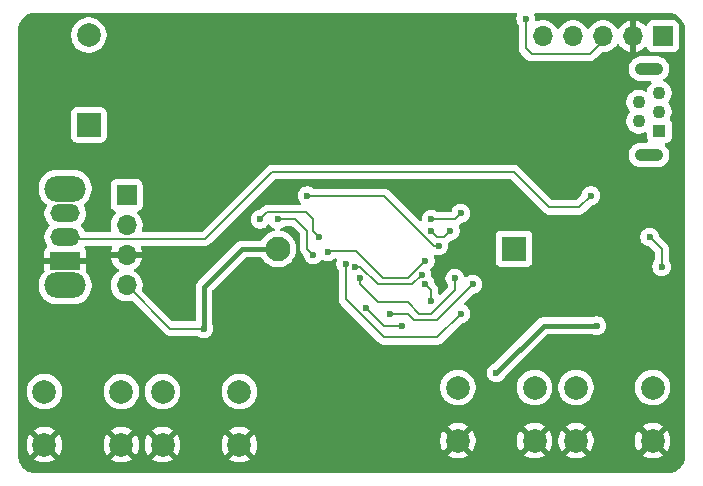
<source format=gbr>
%TF.GenerationSoftware,KiCad,Pcbnew,9.0.0*%
%TF.CreationDate,2025-03-28T15:43:29+07:00*%
%TF.ProjectId,PIC18F27Q43_OLED_Board,50494331-3846-4323-9751-34335f4f4c45,rev?*%
%TF.SameCoordinates,Original*%
%TF.FileFunction,Copper,L2,Bot*%
%TF.FilePolarity,Positive*%
%FSLAX46Y46*%
G04 Gerber Fmt 4.6, Leading zero omitted, Abs format (unit mm)*
G04 Created by KiCad (PCBNEW 9.0.0) date 2025-03-28 15:43:29*
%MOMM*%
%LPD*%
G01*
G04 APERTURE LIST*
%TA.AperFunction,ComponentPad*%
%ADD10C,2.000000*%
%TD*%
%TA.AperFunction,ComponentPad*%
%ADD11R,1.100000X1.100000*%
%TD*%
%TA.AperFunction,ComponentPad*%
%ADD12C,1.100000*%
%TD*%
%TA.AperFunction,ComponentPad*%
%ADD13O,2.400000X1.100000*%
%TD*%
%TA.AperFunction,ComponentPad*%
%ADD14O,3.500000X2.200000*%
%TD*%
%TA.AperFunction,ComponentPad*%
%ADD15R,2.500000X1.500000*%
%TD*%
%TA.AperFunction,ComponentPad*%
%ADD16O,2.500000X1.500000*%
%TD*%
%TA.AperFunction,ComponentPad*%
%ADD17R,1.700000X1.700000*%
%TD*%
%TA.AperFunction,ComponentPad*%
%ADD18O,1.700000X1.700000*%
%TD*%
%TA.AperFunction,ComponentPad*%
%ADD19R,2.000000X2.000000*%
%TD*%
%TA.AperFunction,ComponentPad*%
%ADD20R,2.100000X2.100000*%
%TD*%
%TA.AperFunction,ComponentPad*%
%ADD21C,2.100000*%
%TD*%
%TA.AperFunction,ViaPad*%
%ADD22C,0.600000*%
%TD*%
%TA.AperFunction,Conductor*%
%ADD23C,0.200000*%
%TD*%
%TA.AperFunction,Conductor*%
%ADD24C,0.400000*%
%TD*%
G04 APERTURE END LIST*
D10*
%TO.P,SW2,1,1*%
%TO.N,/RB3*%
X104750000Y-115087500D03*
X111250000Y-115087500D03*
%TO.P,SW2,2,2*%
%TO.N,VCC*%
X104750000Y-119587500D03*
X111250000Y-119587500D03*
%TD*%
%TO.P,SW3,1,1*%
%TO.N,/RB2*%
X129750000Y-114750000D03*
X136250000Y-114750000D03*
%TO.P,SW3,2,2*%
%TO.N,VCC*%
X129750000Y-119250000D03*
X136250000Y-119250000D03*
%TD*%
D11*
%TO.P,J4,1,VBUS*%
%TO.N,Net-(D17-A)*%
X146812500Y-93000000D03*
D12*
%TO.P,J4,2,D-*%
%TO.N,unconnected-(J4-D--Pad2)*%
X145062500Y-92200000D03*
%TO.P,J4,3,D+*%
%TO.N,unconnected-(J4-D+-Pad3)*%
X146812500Y-91400000D03*
%TO.P,J4,4,ID*%
%TO.N,unconnected-(J4-ID-Pad4)*%
X145062500Y-90600000D03*
%TO.P,J4,5,GND*%
%TO.N,GND*%
X146812500Y-89800000D03*
D13*
%TO.P,J4,6,Shield*%
X145937500Y-95050000D03*
X145937500Y-87750000D03*
%TD*%
D10*
%TO.P,SW4,1,1*%
%TO.N,/RB1*%
X139750000Y-114750000D03*
X146250000Y-114750000D03*
%TO.P,SW4,2,2*%
%TO.N,VCC*%
X139750000Y-119250000D03*
X146250000Y-119250000D03*
%TD*%
D14*
%TO.P,SW5,*%
%TO.N,*%
X96500000Y-106100000D03*
X96500000Y-97900000D03*
D15*
%TO.P,SW5,1,A*%
%TO.N,VCC*%
X96500000Y-104000000D03*
D16*
%TO.P,SW5,2,B*%
%TO.N,Net-(SW5-B)*%
X96500000Y-102000000D03*
%TO.P,SW5,3,C*%
%TO.N,unconnected-(SW5-C-Pad3)*%
X96500000Y-100000000D03*
%TD*%
D17*
%TO.P,J2,1,Pin_1*%
%TO.N,/SDA*%
X101702500Y-98460000D03*
D18*
%TO.P,J2,2,Pin_2*%
%TO.N,/SCL*%
X101702500Y-101000000D03*
%TO.P,J2,3,Pin_3*%
%TO.N,VCC*%
X101702500Y-103540000D03*
%TO.P,J2,4,Pin_4*%
%TO.N,GND*%
X101702500Y-106080000D03*
%TD*%
D17*
%TO.P,J1,1,~{MCLR}/VPP*%
%TO.N,/MCLR*%
X147120000Y-85000000D03*
D18*
%TO.P,J1,2,VDD*%
%TO.N,VCC*%
X144580000Y-85000000D03*
%TO.P,J1,3,VSS*%
%TO.N,GND*%
X142040000Y-85000000D03*
%TO.P,J1,4,PGD/ICSPDAT*%
%TO.N,/PGD*%
X139500000Y-85000000D03*
%TO.P,J1,5,PGC/ICSPCLK*%
%TO.N,/PGC*%
X136960000Y-85000000D03*
%TD*%
D19*
%TO.P,LS1,1,1*%
%TO.N,/RB5*%
X98500000Y-92500000D03*
D10*
%TO.P,LS1,2,2*%
%TO.N,GND*%
X98500000Y-84900000D03*
%TD*%
%TO.P,SW1,1,1*%
%TO.N,/RB4*%
X94750000Y-115087500D03*
X101250000Y-115087500D03*
%TO.P,SW1,2,2*%
%TO.N,VCC*%
X94750000Y-119587500D03*
X101250000Y-119587500D03*
%TD*%
D20*
%TO.P,BT1,1,+*%
%TO.N,Net-(BT1-+)*%
X134500000Y-103000000D03*
D21*
%TO.P,BT1,2,-*%
%TO.N,GND*%
X114500000Y-103000000D03*
%TD*%
D22*
%TO.N,GND*%
X135500000Y-83500000D03*
X108250000Y-109750000D03*
X125000000Y-109500000D03*
X147000000Y-104500000D03*
X141500000Y-109500000D03*
X146000000Y-102000000D03*
X122000000Y-108000000D03*
X133000000Y-113500000D03*
%TO.N,Net-(SW5-B)*%
X141000000Y-98500000D03*
%TO.N,/MCLR*%
X130000000Y-100000000D03*
X127500000Y-100500000D03*
%TO.N,/PGD*%
X127500000Y-101500000D03*
X129100000Y-101500000D03*
%TO.N,/SDA*%
X114500000Y-100500000D03*
X117500000Y-103500000D03*
%TO.N,/SCL*%
X118000000Y-102000000D03*
X113000000Y-100500000D03*
%TO.N,/RB5*%
X128120938Y-102727311D03*
X117000000Y-98500000D03*
%TO.N,/RB4*%
X118750000Y-103250000D03*
X127000000Y-104000000D03*
%TO.N,/RB3*%
X126674265Y-105174265D03*
X121008949Y-104502983D03*
%TO.N,/RB2*%
X127500000Y-107400000D03*
X127000000Y-106000000D03*
%TO.N,/RC6*%
X120250000Y-104250000D03*
X130000000Y-108500000D03*
%TO.N,/RC7*%
X129500000Y-105500000D03*
X121500000Y-105500000D03*
%TO.N,/RB0*%
X124009502Y-108500000D03*
X131000000Y-106000000D03*
%TD*%
D23*
%TO.N,GND*%
X142420000Y-85000000D02*
X140920000Y-86500000D01*
X123500000Y-109500000D02*
X125000000Y-109500000D01*
D24*
X114500000Y-103000000D02*
X111500000Y-103000000D01*
D23*
X142420000Y-84500000D02*
X142420000Y-85000000D01*
D24*
X137000000Y-109500000D02*
X133000000Y-113500000D01*
X108250000Y-106250000D02*
X108250000Y-109750000D01*
D23*
X122000000Y-108000000D02*
X123500000Y-109500000D01*
X136000000Y-86500000D02*
X135500000Y-86000000D01*
X140920000Y-86500000D02*
X136000000Y-86500000D01*
X105372500Y-109750000D02*
X101702500Y-106080000D01*
X135500000Y-86000000D02*
X135500000Y-83500000D01*
X147000000Y-104500000D02*
X147000000Y-103000000D01*
D24*
X141500000Y-109500000D02*
X137000000Y-109500000D01*
D23*
X108250000Y-109750000D02*
X105372500Y-109750000D01*
D24*
X111500000Y-103000000D02*
X108250000Y-106250000D01*
D23*
X147000000Y-103000000D02*
X146000000Y-102000000D01*
%TO.N,Net-(SW5-B)*%
X108349000Y-102151000D02*
X114000000Y-96500000D01*
X137500000Y-99500000D02*
X138500000Y-99500000D01*
X96651000Y-102151000D02*
X108349000Y-102151000D01*
X134500000Y-96500000D02*
X137500000Y-99500000D01*
X140000000Y-99500000D02*
X141000000Y-98500000D01*
X114000000Y-96500000D02*
X134500000Y-96500000D01*
X96500000Y-102000000D02*
X96651000Y-102151000D01*
X138500000Y-99500000D02*
X140000000Y-99500000D01*
%TO.N,/MCLR*%
X130000000Y-100000000D02*
X129500000Y-100500000D01*
X129500000Y-100500000D02*
X127500000Y-100500000D01*
%TO.N,/PGD*%
X128000000Y-102000000D02*
X127500000Y-101500000D01*
X129100000Y-101500000D02*
X128600000Y-102000000D01*
X128600000Y-102000000D02*
X128000000Y-102000000D01*
%TO.N,/SDA*%
X116000000Y-100500000D02*
X114500000Y-100500000D01*
X117500000Y-103500000D02*
X116984700Y-102984700D01*
X116984700Y-102984700D02*
X116984700Y-101484700D01*
X116984700Y-101484700D02*
X116000000Y-100500000D01*
%TO.N,/SCL*%
X116899000Y-99899000D02*
X113601000Y-99899000D01*
X118000000Y-102000000D02*
X117500000Y-101500000D01*
X117500000Y-100500000D02*
X116899000Y-99899000D01*
X117500000Y-101500000D02*
X117500000Y-100500000D01*
X113601000Y-99899000D02*
X113000000Y-100500000D01*
%TO.N,/RB5*%
X123500000Y-98500000D02*
X117000000Y-98500000D01*
X128120938Y-102727311D02*
X127727311Y-102727311D01*
X127727311Y-102727311D02*
X123500000Y-98500000D01*
%TO.N,/RB4*%
X125000000Y-105500000D02*
X125500000Y-105500000D01*
X123432900Y-105500000D02*
X125000000Y-105500000D01*
X121081900Y-103149000D02*
X123432900Y-105500000D01*
X118750000Y-103250000D02*
X118851000Y-103149000D01*
X125500000Y-105500000D02*
X127000000Y-104000000D01*
X118851000Y-103149000D02*
X121081900Y-103149000D01*
%TO.N,/RB3*%
X125848530Y-106000000D02*
X126674265Y-105174265D01*
X123000000Y-106000000D02*
X125848530Y-106000000D01*
X121008949Y-104502983D02*
X121502983Y-104502983D01*
X121502983Y-104502983D02*
X123000000Y-106000000D01*
%TO.N,/RB2*%
X127000000Y-106000000D02*
X127500000Y-106500000D01*
X127500000Y-107400000D02*
X127500000Y-106500000D01*
%TO.N,/RC6*%
X128000000Y-110500000D02*
X130000000Y-108500000D01*
X123500000Y-110500000D02*
X128000000Y-110500000D01*
X120250000Y-107250000D02*
X123500000Y-110500000D01*
X120250000Y-104250000D02*
X120250000Y-107250000D01*
%TO.N,/RC7*%
X127500000Y-108500000D02*
X129500000Y-106500000D01*
X125500000Y-107500000D02*
X126500000Y-108500000D01*
X123000000Y-107500000D02*
X125500000Y-107500000D01*
X121500000Y-106000000D02*
X123000000Y-107500000D01*
X121500000Y-105500000D02*
X121500000Y-106000000D01*
X129500000Y-106500000D02*
X129500000Y-105500000D01*
X126500000Y-108500000D02*
X127500000Y-108500000D01*
%TO.N,/RB0*%
X126000000Y-109000000D02*
X128000000Y-109000000D01*
X125500000Y-108500000D02*
X126000000Y-109000000D01*
X124009502Y-108500000D02*
X125500000Y-108500000D01*
X128000000Y-109000000D02*
X131000000Y-106000000D01*
%TD*%
%TA.AperFunction,Conductor*%
%TO.N,VCC*%
G36*
X134686339Y-83009741D02*
G01*
X134718139Y-83017858D01*
X134719703Y-83019538D01*
X134721905Y-83020185D01*
X134743378Y-83044966D01*
X134765750Y-83068995D01*
X134766157Y-83071255D01*
X134767660Y-83072989D01*
X134772327Y-83105452D01*
X134778156Y-83137755D01*
X134777398Y-83140720D01*
X134777604Y-83142147D01*
X134769427Y-83171953D01*
X134730263Y-83266502D01*
X134730261Y-83266510D01*
X134699500Y-83421153D01*
X134699500Y-83578846D01*
X134730261Y-83733489D01*
X134730264Y-83733501D01*
X134790602Y-83879172D01*
X134790609Y-83879185D01*
X134878602Y-84010874D01*
X134899480Y-84077551D01*
X134899500Y-84079765D01*
X134899500Y-85913330D01*
X134899499Y-85913348D01*
X134899499Y-86079054D01*
X134899498Y-86079054D01*
X134940424Y-86231789D01*
X134940425Y-86231790D01*
X134961455Y-86268214D01*
X134961456Y-86268216D01*
X135019475Y-86368709D01*
X135019479Y-86368714D01*
X135019480Y-86368716D01*
X135131284Y-86480520D01*
X135131285Y-86480521D01*
X135631284Y-86980520D01*
X135631286Y-86980521D01*
X135631290Y-86980524D01*
X135768209Y-87059573D01*
X135768216Y-87059577D01*
X135920943Y-87100501D01*
X135920945Y-87100501D01*
X136086654Y-87100501D01*
X136086670Y-87100500D01*
X140833331Y-87100500D01*
X140833347Y-87100501D01*
X140840943Y-87100501D01*
X140999054Y-87100501D01*
X140999057Y-87100501D01*
X141151785Y-87059577D01*
X141201904Y-87030639D01*
X141288716Y-86980520D01*
X141400520Y-86868716D01*
X141400520Y-86868714D01*
X141410728Y-86858507D01*
X141410730Y-86858504D01*
X141882415Y-86386819D01*
X141943738Y-86353334D01*
X141970096Y-86350500D01*
X142146286Y-86350500D01*
X142146287Y-86350500D01*
X142356243Y-86317246D01*
X142558412Y-86251557D01*
X142747816Y-86155051D01*
X142834138Y-86092335D01*
X142919786Y-86030109D01*
X142919788Y-86030106D01*
X142919792Y-86030104D01*
X143070104Y-85879792D01*
X143070106Y-85879788D01*
X143070109Y-85879786D01*
X143137515Y-85787007D01*
X143195051Y-85707816D01*
X143199793Y-85698508D01*
X143247763Y-85647711D01*
X143315583Y-85630911D01*
X143381719Y-85653445D01*
X143420763Y-85698500D01*
X143425377Y-85707555D01*
X143550272Y-85879459D01*
X143550276Y-85879464D01*
X143700535Y-86029723D01*
X143700540Y-86029727D01*
X143872442Y-86154620D01*
X144061782Y-86251095D01*
X144263871Y-86316757D01*
X144330000Y-86327231D01*
X144330000Y-85433012D01*
X144387007Y-85465925D01*
X144514174Y-85500000D01*
X144645826Y-85500000D01*
X144772993Y-85465925D01*
X144830000Y-85433012D01*
X144830000Y-86327230D01*
X144896126Y-86316757D01*
X144896129Y-86316757D01*
X145098217Y-86251095D01*
X145287557Y-86154620D01*
X145459458Y-86029728D01*
X145573133Y-85916053D01*
X145634456Y-85882568D01*
X145704148Y-85887552D01*
X145760082Y-85929423D01*
X145776997Y-85960401D01*
X145826202Y-86092328D01*
X145826206Y-86092335D01*
X145912452Y-86207544D01*
X145912455Y-86207547D01*
X146027664Y-86293793D01*
X146027671Y-86293797D01*
X146162517Y-86344091D01*
X146162516Y-86344091D01*
X146169444Y-86344835D01*
X146222127Y-86350500D01*
X148017872Y-86350499D01*
X148077483Y-86344091D01*
X148212331Y-86293796D01*
X148327546Y-86207546D01*
X148413796Y-86092331D01*
X148464091Y-85957483D01*
X148470500Y-85897873D01*
X148470499Y-84102128D01*
X148464091Y-84042517D01*
X148463002Y-84039598D01*
X148413797Y-83907671D01*
X148413793Y-83907664D01*
X148327547Y-83792455D01*
X148327544Y-83792452D01*
X148212335Y-83706206D01*
X148212328Y-83706202D01*
X148077482Y-83655908D01*
X148077483Y-83655908D01*
X148017883Y-83649501D01*
X148017881Y-83649500D01*
X148017873Y-83649500D01*
X148017864Y-83649500D01*
X146222129Y-83649500D01*
X146222123Y-83649501D01*
X146162516Y-83655908D01*
X146027671Y-83706202D01*
X146027664Y-83706206D01*
X145912455Y-83792452D01*
X145912452Y-83792455D01*
X145826206Y-83907664D01*
X145826202Y-83907671D01*
X145776997Y-84039598D01*
X145735126Y-84095532D01*
X145669661Y-84119949D01*
X145601388Y-84105097D01*
X145573134Y-84083946D01*
X145459464Y-83970276D01*
X145459459Y-83970272D01*
X145287557Y-83845379D01*
X145098215Y-83748903D01*
X144896124Y-83683241D01*
X144830000Y-83672768D01*
X144830000Y-84566988D01*
X144772993Y-84534075D01*
X144645826Y-84500000D01*
X144514174Y-84500000D01*
X144387007Y-84534075D01*
X144330000Y-84566988D01*
X144330000Y-83672768D01*
X144329999Y-83672768D01*
X144263875Y-83683241D01*
X144061784Y-83748903D01*
X143872442Y-83845379D01*
X143700540Y-83970272D01*
X143700535Y-83970276D01*
X143550276Y-84120535D01*
X143550272Y-84120540D01*
X143425378Y-84292443D01*
X143420762Y-84301502D01*
X143372784Y-84352295D01*
X143304963Y-84369087D01*
X143238829Y-84346546D01*
X143199794Y-84301493D01*
X143195051Y-84292184D01*
X143195049Y-84292181D01*
X143195048Y-84292179D01*
X143070109Y-84120213D01*
X142919786Y-83969890D01*
X142747820Y-83844951D01*
X142558414Y-83748444D01*
X142558413Y-83748443D01*
X142558412Y-83748443D01*
X142356243Y-83682754D01*
X142356241Y-83682753D01*
X142356240Y-83682753D01*
X142194957Y-83657208D01*
X142146287Y-83649500D01*
X141933713Y-83649500D01*
X141885042Y-83657208D01*
X141723760Y-83682753D01*
X141622672Y-83715598D01*
X141567612Y-83733489D01*
X141521585Y-83748444D01*
X141332179Y-83844951D01*
X141160213Y-83969890D01*
X141009890Y-84120213D01*
X140884949Y-84292182D01*
X140880484Y-84300946D01*
X140832509Y-84351742D01*
X140764688Y-84368536D01*
X140698553Y-84345998D01*
X140659516Y-84300946D01*
X140655050Y-84292182D01*
X140530109Y-84120213D01*
X140379786Y-83969890D01*
X140207820Y-83844951D01*
X140018414Y-83748444D01*
X140018413Y-83748443D01*
X140018412Y-83748443D01*
X139816243Y-83682754D01*
X139816241Y-83682753D01*
X139816240Y-83682753D01*
X139654957Y-83657208D01*
X139606287Y-83649500D01*
X139393713Y-83649500D01*
X139345042Y-83657208D01*
X139183760Y-83682753D01*
X139082672Y-83715598D01*
X139027612Y-83733489D01*
X138981585Y-83748444D01*
X138792179Y-83844951D01*
X138620213Y-83969890D01*
X138469890Y-84120213D01*
X138344949Y-84292182D01*
X138340484Y-84300946D01*
X138292509Y-84351742D01*
X138224688Y-84368536D01*
X138158553Y-84345998D01*
X138119516Y-84300946D01*
X138115050Y-84292182D01*
X137990109Y-84120213D01*
X137839786Y-83969890D01*
X137667820Y-83844951D01*
X137478414Y-83748444D01*
X137478413Y-83748443D01*
X137478412Y-83748443D01*
X137276243Y-83682754D01*
X137276241Y-83682753D01*
X137276240Y-83682753D01*
X137114957Y-83657208D01*
X137066287Y-83649500D01*
X136853713Y-83649500D01*
X136814202Y-83655757D01*
X136643759Y-83682753D01*
X136455894Y-83743794D01*
X136386053Y-83745789D01*
X136326220Y-83709708D01*
X136295392Y-83647007D01*
X136295959Y-83601670D01*
X136300500Y-83578842D01*
X136300500Y-83421155D01*
X136300499Y-83421153D01*
X136269738Y-83266510D01*
X136269737Y-83266503D01*
X136230572Y-83171951D01*
X136223104Y-83102483D01*
X136254379Y-83040004D01*
X136314468Y-83004352D01*
X136345134Y-83000500D01*
X147434108Y-83000500D01*
X147495572Y-83000500D01*
X147504418Y-83000816D01*
X147704561Y-83015130D01*
X147722063Y-83017647D01*
X147913797Y-83059355D01*
X147930755Y-83064334D01*
X148082200Y-83120821D01*
X148114609Y-83132909D01*
X148130701Y-83140259D01*
X148302904Y-83234288D01*
X148317784Y-83243849D01*
X148474867Y-83361441D01*
X148488237Y-83373027D01*
X148626972Y-83511762D01*
X148638558Y-83525132D01*
X148756146Y-83682210D01*
X148765711Y-83697095D01*
X148859740Y-83869298D01*
X148867090Y-83885390D01*
X148935662Y-84069236D01*
X148940646Y-84086212D01*
X148982351Y-84277931D01*
X148984869Y-84295442D01*
X148999184Y-84495580D01*
X148999500Y-84504427D01*
X148999500Y-120495572D01*
X148999184Y-120504419D01*
X148984869Y-120704557D01*
X148982351Y-120722068D01*
X148940646Y-120913787D01*
X148935662Y-120930763D01*
X148867090Y-121114609D01*
X148859740Y-121130701D01*
X148765711Y-121302904D01*
X148756146Y-121317789D01*
X148638558Y-121474867D01*
X148626972Y-121488237D01*
X148488237Y-121626972D01*
X148474867Y-121638558D01*
X148317789Y-121756146D01*
X148302904Y-121765711D01*
X148130701Y-121859740D01*
X148114609Y-121867090D01*
X147930763Y-121935662D01*
X147913787Y-121940646D01*
X147722068Y-121982351D01*
X147704557Y-121984869D01*
X147523779Y-121997799D01*
X147504417Y-121999184D01*
X147495572Y-121999500D01*
X94004428Y-121999500D01*
X93995582Y-121999184D01*
X93973622Y-121997613D01*
X93795442Y-121984869D01*
X93777931Y-121982351D01*
X93586212Y-121940646D01*
X93569236Y-121935662D01*
X93385390Y-121867090D01*
X93369298Y-121859740D01*
X93197095Y-121765711D01*
X93182210Y-121756146D01*
X93025132Y-121638558D01*
X93011762Y-121626972D01*
X92873027Y-121488237D01*
X92861441Y-121474867D01*
X92743849Y-121317784D01*
X92734288Y-121302904D01*
X92640259Y-121130701D01*
X92632909Y-121114609D01*
X92622798Y-121087500D01*
X92564334Y-120930755D01*
X92559355Y-120913793D01*
X92517647Y-120722063D01*
X92515130Y-120704556D01*
X92500816Y-120504418D01*
X92500500Y-120495572D01*
X92500500Y-119469447D01*
X93250000Y-119469447D01*
X93250000Y-119705552D01*
X93286934Y-119938747D01*
X93359897Y-120163302D01*
X93467087Y-120373674D01*
X93527338Y-120456604D01*
X93527340Y-120456605D01*
X94226212Y-119757733D01*
X94237482Y-119799792D01*
X94309890Y-119925208D01*
X94412292Y-120027610D01*
X94537708Y-120100018D01*
X94579765Y-120111287D01*
X93880893Y-120810158D01*
X93963828Y-120870414D01*
X94174197Y-120977602D01*
X94398752Y-121050565D01*
X94398751Y-121050565D01*
X94631948Y-121087500D01*
X94868052Y-121087500D01*
X95101247Y-121050565D01*
X95325802Y-120977602D01*
X95536163Y-120870418D01*
X95536169Y-120870414D01*
X95619104Y-120810158D01*
X95619105Y-120810158D01*
X94920233Y-120111287D01*
X94962292Y-120100018D01*
X95087708Y-120027610D01*
X95190110Y-119925208D01*
X95262518Y-119799792D01*
X95273787Y-119757733D01*
X95972658Y-120456605D01*
X95972658Y-120456604D01*
X96032914Y-120373669D01*
X96032918Y-120373663D01*
X96140102Y-120163302D01*
X96213065Y-119938747D01*
X96250000Y-119705552D01*
X96250000Y-119469447D01*
X99750000Y-119469447D01*
X99750000Y-119705552D01*
X99786934Y-119938747D01*
X99859897Y-120163302D01*
X99967087Y-120373674D01*
X100027338Y-120456604D01*
X100027340Y-120456605D01*
X100726212Y-119757733D01*
X100737482Y-119799792D01*
X100809890Y-119925208D01*
X100912292Y-120027610D01*
X101037708Y-120100018D01*
X101079765Y-120111287D01*
X100380893Y-120810158D01*
X100463828Y-120870414D01*
X100674197Y-120977602D01*
X100898752Y-121050565D01*
X100898751Y-121050565D01*
X101131948Y-121087500D01*
X101368052Y-121087500D01*
X101601247Y-121050565D01*
X101825802Y-120977602D01*
X102036163Y-120870418D01*
X102036169Y-120870414D01*
X102119104Y-120810158D01*
X102119105Y-120810158D01*
X101420233Y-120111287D01*
X101462292Y-120100018D01*
X101587708Y-120027610D01*
X101690110Y-119925208D01*
X101762518Y-119799792D01*
X101773787Y-119757733D01*
X102472658Y-120456605D01*
X102472658Y-120456604D01*
X102532914Y-120373669D01*
X102532918Y-120373663D01*
X102640102Y-120163302D01*
X102713065Y-119938747D01*
X102750000Y-119705552D01*
X102750000Y-119469447D01*
X103250000Y-119469447D01*
X103250000Y-119705552D01*
X103286934Y-119938747D01*
X103359897Y-120163302D01*
X103467087Y-120373674D01*
X103527338Y-120456604D01*
X103527340Y-120456605D01*
X104226212Y-119757733D01*
X104237482Y-119799792D01*
X104309890Y-119925208D01*
X104412292Y-120027610D01*
X104537708Y-120100018D01*
X104579765Y-120111287D01*
X103880893Y-120810158D01*
X103963828Y-120870414D01*
X104174197Y-120977602D01*
X104398752Y-121050565D01*
X104398751Y-121050565D01*
X104631948Y-121087500D01*
X104868052Y-121087500D01*
X105101247Y-121050565D01*
X105325802Y-120977602D01*
X105536163Y-120870418D01*
X105536169Y-120870414D01*
X105619104Y-120810158D01*
X105619105Y-120810158D01*
X104920233Y-120111287D01*
X104962292Y-120100018D01*
X105087708Y-120027610D01*
X105190110Y-119925208D01*
X105262518Y-119799792D01*
X105273787Y-119757733D01*
X105972658Y-120456605D01*
X105972658Y-120456604D01*
X106032914Y-120373669D01*
X106032918Y-120373663D01*
X106140102Y-120163302D01*
X106213065Y-119938747D01*
X106250000Y-119705552D01*
X106250000Y-119469447D01*
X109750000Y-119469447D01*
X109750000Y-119705552D01*
X109786934Y-119938747D01*
X109859897Y-120163302D01*
X109967087Y-120373674D01*
X110027338Y-120456604D01*
X110027340Y-120456605D01*
X110726212Y-119757733D01*
X110737482Y-119799792D01*
X110809890Y-119925208D01*
X110912292Y-120027610D01*
X111037708Y-120100018D01*
X111079765Y-120111287D01*
X110380893Y-120810158D01*
X110463828Y-120870414D01*
X110674197Y-120977602D01*
X110898752Y-121050565D01*
X110898751Y-121050565D01*
X111131948Y-121087500D01*
X111368052Y-121087500D01*
X111601247Y-121050565D01*
X111825802Y-120977602D01*
X112036163Y-120870418D01*
X112036169Y-120870414D01*
X112119104Y-120810158D01*
X112119105Y-120810158D01*
X111420233Y-120111287D01*
X111462292Y-120100018D01*
X111587708Y-120027610D01*
X111690110Y-119925208D01*
X111762518Y-119799792D01*
X111773787Y-119757734D01*
X112472658Y-120456605D01*
X112472658Y-120456604D01*
X112532914Y-120373669D01*
X112532921Y-120373658D01*
X112535243Y-120369103D01*
X112640102Y-120163302D01*
X112713065Y-119938747D01*
X112750000Y-119705552D01*
X112750000Y-119469447D01*
X112713065Y-119236252D01*
X112690042Y-119165393D01*
X112679174Y-119131947D01*
X128250000Y-119131947D01*
X128250000Y-119368052D01*
X128286934Y-119601247D01*
X128359897Y-119825802D01*
X128467087Y-120036174D01*
X128527338Y-120119104D01*
X128527340Y-120119105D01*
X129226212Y-119420233D01*
X129237482Y-119462292D01*
X129309890Y-119587708D01*
X129412292Y-119690110D01*
X129537708Y-119762518D01*
X129579765Y-119773787D01*
X128880893Y-120472658D01*
X128963828Y-120532914D01*
X129174197Y-120640102D01*
X129398752Y-120713065D01*
X129398751Y-120713065D01*
X129631948Y-120750000D01*
X129868052Y-120750000D01*
X130101247Y-120713065D01*
X130325802Y-120640102D01*
X130536163Y-120532918D01*
X130536169Y-120532914D01*
X130619104Y-120472658D01*
X130619105Y-120472658D01*
X129920233Y-119773787D01*
X129962292Y-119762518D01*
X130087708Y-119690110D01*
X130190110Y-119587708D01*
X130262518Y-119462292D01*
X130273787Y-119420233D01*
X130972658Y-120119105D01*
X130972658Y-120119104D01*
X131032914Y-120036169D01*
X131032918Y-120036163D01*
X131140102Y-119825802D01*
X131213065Y-119601247D01*
X131250000Y-119368052D01*
X131250000Y-119131947D01*
X134750000Y-119131947D01*
X134750000Y-119368052D01*
X134786934Y-119601247D01*
X134859897Y-119825802D01*
X134967087Y-120036174D01*
X135027338Y-120119104D01*
X135027340Y-120119105D01*
X135726212Y-119420233D01*
X135737482Y-119462292D01*
X135809890Y-119587708D01*
X135912292Y-119690110D01*
X136037708Y-119762518D01*
X136079765Y-119773787D01*
X135380893Y-120472658D01*
X135463828Y-120532914D01*
X135674197Y-120640102D01*
X135898752Y-120713065D01*
X135898751Y-120713065D01*
X136131948Y-120750000D01*
X136368052Y-120750000D01*
X136601247Y-120713065D01*
X136825802Y-120640102D01*
X137036163Y-120532918D01*
X137036169Y-120532914D01*
X137119104Y-120472658D01*
X137119105Y-120472658D01*
X136420233Y-119773787D01*
X136462292Y-119762518D01*
X136587708Y-119690110D01*
X136690110Y-119587708D01*
X136762518Y-119462292D01*
X136773787Y-119420233D01*
X137472658Y-120119105D01*
X137472658Y-120119104D01*
X137532914Y-120036169D01*
X137532918Y-120036163D01*
X137640102Y-119825802D01*
X137713065Y-119601247D01*
X137750000Y-119368052D01*
X137750000Y-119131947D01*
X138250000Y-119131947D01*
X138250000Y-119368052D01*
X138286934Y-119601247D01*
X138359897Y-119825802D01*
X138467087Y-120036174D01*
X138527338Y-120119104D01*
X138527340Y-120119105D01*
X139226212Y-119420233D01*
X139237482Y-119462292D01*
X139309890Y-119587708D01*
X139412292Y-119690110D01*
X139537708Y-119762518D01*
X139579765Y-119773787D01*
X138880893Y-120472658D01*
X138963828Y-120532914D01*
X139174197Y-120640102D01*
X139398752Y-120713065D01*
X139398751Y-120713065D01*
X139631948Y-120750000D01*
X139868052Y-120750000D01*
X140101247Y-120713065D01*
X140325802Y-120640102D01*
X140536163Y-120532918D01*
X140536169Y-120532914D01*
X140619104Y-120472658D01*
X140619105Y-120472658D01*
X139920233Y-119773787D01*
X139962292Y-119762518D01*
X140087708Y-119690110D01*
X140190110Y-119587708D01*
X140262518Y-119462292D01*
X140273787Y-119420233D01*
X140972658Y-120119105D01*
X140972658Y-120119104D01*
X141032914Y-120036169D01*
X141032918Y-120036163D01*
X141140102Y-119825802D01*
X141213065Y-119601247D01*
X141250000Y-119368052D01*
X141250000Y-119131947D01*
X144750000Y-119131947D01*
X144750000Y-119368052D01*
X144786934Y-119601247D01*
X144859897Y-119825802D01*
X144967087Y-120036174D01*
X145027338Y-120119104D01*
X145027340Y-120119105D01*
X145726212Y-119420233D01*
X145737482Y-119462292D01*
X145809890Y-119587708D01*
X145912292Y-119690110D01*
X146037708Y-119762518D01*
X146079765Y-119773787D01*
X145380893Y-120472658D01*
X145463828Y-120532914D01*
X145674197Y-120640102D01*
X145898752Y-120713065D01*
X145898751Y-120713065D01*
X146131948Y-120750000D01*
X146368052Y-120750000D01*
X146601247Y-120713065D01*
X146825802Y-120640102D01*
X147036163Y-120532918D01*
X147036169Y-120532914D01*
X147119104Y-120472658D01*
X147119105Y-120472658D01*
X146420233Y-119773787D01*
X146462292Y-119762518D01*
X146587708Y-119690110D01*
X146690110Y-119587708D01*
X146762518Y-119462292D01*
X146773787Y-119420233D01*
X147472658Y-120119105D01*
X147472658Y-120119104D01*
X147532914Y-120036169D01*
X147532918Y-120036163D01*
X147640102Y-119825802D01*
X147713065Y-119601247D01*
X147750000Y-119368052D01*
X147750000Y-119131947D01*
X147713065Y-118898752D01*
X147640102Y-118674197D01*
X147532914Y-118463828D01*
X147472658Y-118380894D01*
X147472658Y-118380893D01*
X146773787Y-119079765D01*
X146762518Y-119037708D01*
X146690110Y-118912292D01*
X146587708Y-118809890D01*
X146462292Y-118737482D01*
X146420234Y-118726212D01*
X147119105Y-118027340D01*
X147119104Y-118027338D01*
X147036174Y-117967087D01*
X146825802Y-117859897D01*
X146601247Y-117786934D01*
X146601248Y-117786934D01*
X146368052Y-117750000D01*
X146131948Y-117750000D01*
X145898752Y-117786934D01*
X145674197Y-117859897D01*
X145463830Y-117967084D01*
X145380894Y-118027340D01*
X146079766Y-118726212D01*
X146037708Y-118737482D01*
X145912292Y-118809890D01*
X145809890Y-118912292D01*
X145737482Y-119037708D01*
X145726212Y-119079766D01*
X145027340Y-118380894D01*
X144967084Y-118463830D01*
X144859897Y-118674197D01*
X144786934Y-118898752D01*
X144750000Y-119131947D01*
X141250000Y-119131947D01*
X141213065Y-118898752D01*
X141140102Y-118674197D01*
X141032914Y-118463828D01*
X140972658Y-118380894D01*
X140972658Y-118380893D01*
X140273787Y-119079765D01*
X140262518Y-119037708D01*
X140190110Y-118912292D01*
X140087708Y-118809890D01*
X139962292Y-118737482D01*
X139920234Y-118726212D01*
X140619105Y-118027340D01*
X140619104Y-118027339D01*
X140536174Y-117967087D01*
X140325802Y-117859897D01*
X140101247Y-117786934D01*
X140101248Y-117786934D01*
X139868052Y-117750000D01*
X139631948Y-117750000D01*
X139398752Y-117786934D01*
X139174197Y-117859897D01*
X138963830Y-117967084D01*
X138880894Y-118027340D01*
X139579766Y-118726212D01*
X139537708Y-118737482D01*
X139412292Y-118809890D01*
X139309890Y-118912292D01*
X139237482Y-119037708D01*
X139226212Y-119079766D01*
X138527340Y-118380894D01*
X138467084Y-118463830D01*
X138359897Y-118674197D01*
X138286934Y-118898752D01*
X138250000Y-119131947D01*
X137750000Y-119131947D01*
X137713065Y-118898752D01*
X137640102Y-118674197D01*
X137532914Y-118463828D01*
X137472658Y-118380894D01*
X137472658Y-118380893D01*
X136773787Y-119079765D01*
X136762518Y-119037708D01*
X136690110Y-118912292D01*
X136587708Y-118809890D01*
X136462292Y-118737482D01*
X136420234Y-118726212D01*
X137119105Y-118027340D01*
X137119104Y-118027339D01*
X137036174Y-117967087D01*
X136825802Y-117859897D01*
X136601247Y-117786934D01*
X136601248Y-117786934D01*
X136368052Y-117750000D01*
X136131948Y-117750000D01*
X135898752Y-117786934D01*
X135674197Y-117859897D01*
X135463830Y-117967084D01*
X135380894Y-118027340D01*
X136079766Y-118726212D01*
X136037708Y-118737482D01*
X135912292Y-118809890D01*
X135809890Y-118912292D01*
X135737482Y-119037708D01*
X135726212Y-119079766D01*
X135027340Y-118380894D01*
X134967084Y-118463830D01*
X134859897Y-118674197D01*
X134786934Y-118898752D01*
X134750000Y-119131947D01*
X131250000Y-119131947D01*
X131213065Y-118898752D01*
X131140102Y-118674197D01*
X131032914Y-118463828D01*
X130972658Y-118380894D01*
X130972658Y-118380893D01*
X130273787Y-119079765D01*
X130262518Y-119037708D01*
X130190110Y-118912292D01*
X130087708Y-118809890D01*
X129962292Y-118737482D01*
X129920234Y-118726212D01*
X130619105Y-118027340D01*
X130619104Y-118027339D01*
X130536174Y-117967087D01*
X130325802Y-117859897D01*
X130101247Y-117786934D01*
X130101248Y-117786934D01*
X129868052Y-117750000D01*
X129631948Y-117750000D01*
X129398752Y-117786934D01*
X129174197Y-117859897D01*
X128963830Y-117967084D01*
X128880894Y-118027340D01*
X129579766Y-118726212D01*
X129537708Y-118737482D01*
X129412292Y-118809890D01*
X129309890Y-118912292D01*
X129237482Y-119037708D01*
X129226212Y-119079766D01*
X128527340Y-118380894D01*
X128467084Y-118463830D01*
X128359897Y-118674197D01*
X128286934Y-118898752D01*
X128250000Y-119131947D01*
X112679174Y-119131947D01*
X112640102Y-119011697D01*
X112532914Y-118801328D01*
X112472658Y-118718394D01*
X112472658Y-118718393D01*
X111773787Y-119417265D01*
X111762518Y-119375208D01*
X111690110Y-119249792D01*
X111587708Y-119147390D01*
X111462292Y-119074982D01*
X111420234Y-119063712D01*
X112119105Y-118364840D01*
X112119104Y-118364838D01*
X112036174Y-118304587D01*
X111825802Y-118197397D01*
X111810823Y-118192530D01*
X111601247Y-118124434D01*
X111601248Y-118124434D01*
X111368052Y-118087500D01*
X111131948Y-118087500D01*
X110898752Y-118124434D01*
X110674197Y-118197397D01*
X110463830Y-118304584D01*
X110380894Y-118364840D01*
X111079766Y-119063712D01*
X111037708Y-119074982D01*
X110912292Y-119147390D01*
X110809890Y-119249792D01*
X110737482Y-119375208D01*
X110726212Y-119417265D01*
X110027340Y-118718394D01*
X109967084Y-118801330D01*
X109859897Y-119011697D01*
X109786934Y-119236252D01*
X109750000Y-119469447D01*
X106250000Y-119469447D01*
X106213065Y-119236252D01*
X106140102Y-119011697D01*
X106032914Y-118801328D01*
X105972658Y-118718394D01*
X105972658Y-118718393D01*
X105273787Y-119417265D01*
X105262518Y-119375208D01*
X105190110Y-119249792D01*
X105087708Y-119147390D01*
X104962292Y-119074982D01*
X104920234Y-119063712D01*
X105619105Y-118364840D01*
X105619104Y-118364839D01*
X105536174Y-118304587D01*
X105325802Y-118197397D01*
X105101247Y-118124434D01*
X105101248Y-118124434D01*
X104868052Y-118087500D01*
X104631948Y-118087500D01*
X104398752Y-118124434D01*
X104174197Y-118197397D01*
X103963830Y-118304584D01*
X103880894Y-118364840D01*
X104579766Y-119063712D01*
X104537708Y-119074982D01*
X104412292Y-119147390D01*
X104309890Y-119249792D01*
X104237482Y-119375208D01*
X104226212Y-119417266D01*
X103527340Y-118718394D01*
X103467084Y-118801330D01*
X103359897Y-119011697D01*
X103286934Y-119236252D01*
X103250000Y-119469447D01*
X102750000Y-119469447D01*
X102713065Y-119236252D01*
X102640102Y-119011697D01*
X102532914Y-118801328D01*
X102472658Y-118718394D01*
X102472658Y-118718393D01*
X101773787Y-119417265D01*
X101762518Y-119375208D01*
X101690110Y-119249792D01*
X101587708Y-119147390D01*
X101462292Y-119074982D01*
X101420234Y-119063712D01*
X102119105Y-118364840D01*
X102119104Y-118364839D01*
X102036174Y-118304587D01*
X101825802Y-118197397D01*
X101601247Y-118124434D01*
X101601248Y-118124434D01*
X101368052Y-118087500D01*
X101131948Y-118087500D01*
X100898752Y-118124434D01*
X100674197Y-118197397D01*
X100463830Y-118304584D01*
X100380894Y-118364840D01*
X101079766Y-119063712D01*
X101037708Y-119074982D01*
X100912292Y-119147390D01*
X100809890Y-119249792D01*
X100737482Y-119375208D01*
X100726212Y-119417265D01*
X100027340Y-118718394D01*
X99967084Y-118801330D01*
X99859897Y-119011697D01*
X99786934Y-119236252D01*
X99750000Y-119469447D01*
X96250000Y-119469447D01*
X96213065Y-119236252D01*
X96140102Y-119011697D01*
X96032914Y-118801328D01*
X95972658Y-118718394D01*
X95972658Y-118718393D01*
X95273787Y-119417265D01*
X95262518Y-119375208D01*
X95190110Y-119249792D01*
X95087708Y-119147390D01*
X94962292Y-119074982D01*
X94920234Y-119063712D01*
X95619105Y-118364840D01*
X95619104Y-118364839D01*
X95536174Y-118304587D01*
X95325802Y-118197397D01*
X95101247Y-118124434D01*
X95101248Y-118124434D01*
X94868052Y-118087500D01*
X94631948Y-118087500D01*
X94398752Y-118124434D01*
X94174197Y-118197397D01*
X93963830Y-118304584D01*
X93880894Y-118364840D01*
X94579766Y-119063712D01*
X94537708Y-119074982D01*
X94412292Y-119147390D01*
X94309890Y-119249792D01*
X94237482Y-119375208D01*
X94226212Y-119417266D01*
X93527340Y-118718394D01*
X93467084Y-118801330D01*
X93359897Y-119011697D01*
X93286934Y-119236252D01*
X93250000Y-119469447D01*
X92500500Y-119469447D01*
X92500500Y-114969402D01*
X93249500Y-114969402D01*
X93249500Y-115205597D01*
X93286446Y-115438868D01*
X93359433Y-115663496D01*
X93466657Y-115873933D01*
X93605483Y-116065010D01*
X93772490Y-116232017D01*
X93963567Y-116370843D01*
X94062991Y-116421502D01*
X94174003Y-116478066D01*
X94174005Y-116478066D01*
X94174008Y-116478068D01*
X94294412Y-116517189D01*
X94398631Y-116551053D01*
X94631903Y-116588000D01*
X94631908Y-116588000D01*
X94868097Y-116588000D01*
X95101368Y-116551053D01*
X95325992Y-116478068D01*
X95536433Y-116370843D01*
X95727510Y-116232017D01*
X95894517Y-116065010D01*
X96033343Y-115873933D01*
X96140568Y-115663492D01*
X96213553Y-115438868D01*
X96231431Y-115325992D01*
X96250500Y-115205597D01*
X96250500Y-114969402D01*
X99749500Y-114969402D01*
X99749500Y-115205597D01*
X99786446Y-115438868D01*
X99859433Y-115663496D01*
X99966657Y-115873933D01*
X100105483Y-116065010D01*
X100272490Y-116232017D01*
X100463567Y-116370843D01*
X100562991Y-116421502D01*
X100674003Y-116478066D01*
X100674005Y-116478066D01*
X100674008Y-116478068D01*
X100794412Y-116517189D01*
X100898631Y-116551053D01*
X101131903Y-116588000D01*
X101131908Y-116588000D01*
X101368097Y-116588000D01*
X101601368Y-116551053D01*
X101825992Y-116478068D01*
X102036433Y-116370843D01*
X102227510Y-116232017D01*
X102394517Y-116065010D01*
X102533343Y-115873933D01*
X102640568Y-115663492D01*
X102713553Y-115438868D01*
X102731431Y-115325992D01*
X102750500Y-115205597D01*
X102750500Y-114969402D01*
X103249500Y-114969402D01*
X103249500Y-115205597D01*
X103286446Y-115438868D01*
X103359433Y-115663496D01*
X103466657Y-115873933D01*
X103605483Y-116065010D01*
X103772490Y-116232017D01*
X103963567Y-116370843D01*
X104062991Y-116421502D01*
X104174003Y-116478066D01*
X104174005Y-116478066D01*
X104174008Y-116478068D01*
X104294412Y-116517189D01*
X104398631Y-116551053D01*
X104631903Y-116588000D01*
X104631908Y-116588000D01*
X104868097Y-116588000D01*
X105101368Y-116551053D01*
X105325992Y-116478068D01*
X105536433Y-116370843D01*
X105727510Y-116232017D01*
X105894517Y-116065010D01*
X106033343Y-115873933D01*
X106140568Y-115663492D01*
X106213553Y-115438868D01*
X106231431Y-115325992D01*
X106250500Y-115205597D01*
X106250500Y-114969402D01*
X109749500Y-114969402D01*
X109749500Y-115205597D01*
X109786446Y-115438868D01*
X109859433Y-115663496D01*
X109966657Y-115873933D01*
X110105483Y-116065010D01*
X110272490Y-116232017D01*
X110463567Y-116370843D01*
X110562991Y-116421502D01*
X110674003Y-116478066D01*
X110674005Y-116478066D01*
X110674008Y-116478068D01*
X110794412Y-116517189D01*
X110898631Y-116551053D01*
X111131903Y-116588000D01*
X111131908Y-116588000D01*
X111368097Y-116588000D01*
X111601368Y-116551053D01*
X111825992Y-116478068D01*
X112036433Y-116370843D01*
X112227510Y-116232017D01*
X112394517Y-116065010D01*
X112533343Y-115873933D01*
X112640568Y-115663492D01*
X112713553Y-115438868D01*
X112731431Y-115325992D01*
X112750500Y-115205597D01*
X112750500Y-114969402D01*
X112713553Y-114736131D01*
X112690556Y-114665355D01*
X112679688Y-114631908D01*
X112679686Y-114631902D01*
X128249500Y-114631902D01*
X128249500Y-114868097D01*
X128286446Y-115101368D01*
X128359433Y-115325996D01*
X128416945Y-115438868D01*
X128466657Y-115536433D01*
X128605483Y-115727510D01*
X128772490Y-115894517D01*
X128963567Y-116033343D01*
X129025717Y-116065010D01*
X129174003Y-116140566D01*
X129174005Y-116140566D01*
X129174008Y-116140568D01*
X129294412Y-116179689D01*
X129398631Y-116213553D01*
X129631903Y-116250500D01*
X129631908Y-116250500D01*
X129868097Y-116250500D01*
X130101368Y-116213553D01*
X130325992Y-116140568D01*
X130536433Y-116033343D01*
X130727510Y-115894517D01*
X130894517Y-115727510D01*
X131033343Y-115536433D01*
X131140568Y-115325992D01*
X131213553Y-115101368D01*
X131250500Y-114868097D01*
X131250500Y-114631902D01*
X134749500Y-114631902D01*
X134749500Y-114868097D01*
X134786446Y-115101368D01*
X134859433Y-115325996D01*
X134916945Y-115438868D01*
X134966657Y-115536433D01*
X135105483Y-115727510D01*
X135272490Y-115894517D01*
X135463567Y-116033343D01*
X135525717Y-116065010D01*
X135674003Y-116140566D01*
X135674005Y-116140566D01*
X135674008Y-116140568D01*
X135794412Y-116179689D01*
X135898631Y-116213553D01*
X136131903Y-116250500D01*
X136131908Y-116250500D01*
X136368097Y-116250500D01*
X136601368Y-116213553D01*
X136825992Y-116140568D01*
X137036433Y-116033343D01*
X137227510Y-115894517D01*
X137394517Y-115727510D01*
X137533343Y-115536433D01*
X137640568Y-115325992D01*
X137713553Y-115101368D01*
X137750500Y-114868097D01*
X137750500Y-114631902D01*
X138249500Y-114631902D01*
X138249500Y-114868097D01*
X138286446Y-115101368D01*
X138359433Y-115325996D01*
X138416945Y-115438868D01*
X138466657Y-115536433D01*
X138605483Y-115727510D01*
X138772490Y-115894517D01*
X138963567Y-116033343D01*
X139025717Y-116065010D01*
X139174003Y-116140566D01*
X139174005Y-116140566D01*
X139174008Y-116140568D01*
X139294412Y-116179689D01*
X139398631Y-116213553D01*
X139631903Y-116250500D01*
X139631908Y-116250500D01*
X139868097Y-116250500D01*
X140101368Y-116213553D01*
X140325992Y-116140568D01*
X140536433Y-116033343D01*
X140727510Y-115894517D01*
X140894517Y-115727510D01*
X141033343Y-115536433D01*
X141140568Y-115325992D01*
X141213553Y-115101368D01*
X141250500Y-114868097D01*
X141250500Y-114631902D01*
X144749500Y-114631902D01*
X144749500Y-114868097D01*
X144786446Y-115101368D01*
X144859433Y-115325996D01*
X144916945Y-115438868D01*
X144966657Y-115536433D01*
X145105483Y-115727510D01*
X145272490Y-115894517D01*
X145463567Y-116033343D01*
X145525717Y-116065010D01*
X145674003Y-116140566D01*
X145674005Y-116140566D01*
X145674008Y-116140568D01*
X145794412Y-116179689D01*
X145898631Y-116213553D01*
X146131903Y-116250500D01*
X146131908Y-116250500D01*
X146368097Y-116250500D01*
X146601368Y-116213553D01*
X146825992Y-116140568D01*
X147036433Y-116033343D01*
X147227510Y-115894517D01*
X147394517Y-115727510D01*
X147533343Y-115536433D01*
X147640568Y-115325992D01*
X147713553Y-115101368D01*
X147750500Y-114868097D01*
X147750500Y-114631902D01*
X147713553Y-114398631D01*
X147671672Y-114269735D01*
X147640568Y-114174008D01*
X147640566Y-114174005D01*
X147640566Y-114174003D01*
X147584002Y-114062991D01*
X147533343Y-113963567D01*
X147394517Y-113772490D01*
X147227510Y-113605483D01*
X147036433Y-113466657D01*
X146825996Y-113359433D01*
X146601368Y-113286446D01*
X146368097Y-113249500D01*
X146368092Y-113249500D01*
X146131908Y-113249500D01*
X146131903Y-113249500D01*
X145898631Y-113286446D01*
X145674003Y-113359433D01*
X145463566Y-113466657D01*
X145396500Y-113515384D01*
X145272490Y-113605483D01*
X145272488Y-113605485D01*
X145272487Y-113605485D01*
X145105485Y-113772487D01*
X145105485Y-113772488D01*
X145105483Y-113772490D01*
X145082476Y-113804157D01*
X144966657Y-113963566D01*
X144859433Y-114174003D01*
X144786446Y-114398631D01*
X144749500Y-114631902D01*
X141250500Y-114631902D01*
X141213553Y-114398631D01*
X141171672Y-114269735D01*
X141140568Y-114174008D01*
X141140566Y-114174005D01*
X141140566Y-114174003D01*
X141084002Y-114062991D01*
X141033343Y-113963567D01*
X140894517Y-113772490D01*
X140727510Y-113605483D01*
X140536433Y-113466657D01*
X140325996Y-113359433D01*
X140101368Y-113286446D01*
X139868097Y-113249500D01*
X139868092Y-113249500D01*
X139631908Y-113249500D01*
X139631903Y-113249500D01*
X139398631Y-113286446D01*
X139174003Y-113359433D01*
X138963566Y-113466657D01*
X138896500Y-113515384D01*
X138772490Y-113605483D01*
X138772488Y-113605485D01*
X138772487Y-113605485D01*
X138605485Y-113772487D01*
X138605485Y-113772488D01*
X138605483Y-113772490D01*
X138582476Y-113804157D01*
X138466657Y-113963566D01*
X138359433Y-114174003D01*
X138286446Y-114398631D01*
X138249500Y-114631902D01*
X137750500Y-114631902D01*
X137713553Y-114398631D01*
X137671672Y-114269735D01*
X137640568Y-114174008D01*
X137640566Y-114174005D01*
X137640566Y-114174003D01*
X137584002Y-114062991D01*
X137533343Y-113963567D01*
X137394517Y-113772490D01*
X137227510Y-113605483D01*
X137036433Y-113466657D01*
X136825996Y-113359433D01*
X136601368Y-113286446D01*
X136368097Y-113249500D01*
X136368092Y-113249500D01*
X136131908Y-113249500D01*
X136131903Y-113249500D01*
X135898631Y-113286446D01*
X135674003Y-113359433D01*
X135463566Y-113466657D01*
X135396500Y-113515384D01*
X135272490Y-113605483D01*
X135272488Y-113605485D01*
X135272487Y-113605485D01*
X135105485Y-113772487D01*
X135105485Y-113772488D01*
X135105483Y-113772490D01*
X135082476Y-113804157D01*
X134966657Y-113963566D01*
X134859433Y-114174003D01*
X134786446Y-114398631D01*
X134749500Y-114631902D01*
X131250500Y-114631902D01*
X131213553Y-114398631D01*
X131171672Y-114269735D01*
X131140568Y-114174008D01*
X131140566Y-114174005D01*
X131140566Y-114174003D01*
X131084002Y-114062991D01*
X131033343Y-113963567D01*
X130894517Y-113772490D01*
X130727510Y-113605483D01*
X130536433Y-113466657D01*
X130447127Y-113421153D01*
X132199500Y-113421153D01*
X132199500Y-113578846D01*
X132230261Y-113733489D01*
X132230264Y-113733501D01*
X132290602Y-113879172D01*
X132290609Y-113879185D01*
X132378210Y-114010288D01*
X132378213Y-114010292D01*
X132489707Y-114121786D01*
X132489711Y-114121789D01*
X132620814Y-114209390D01*
X132620827Y-114209397D01*
X132766498Y-114269735D01*
X132766503Y-114269737D01*
X132921153Y-114300499D01*
X132921156Y-114300500D01*
X132921158Y-114300500D01*
X133078844Y-114300500D01*
X133078845Y-114300499D01*
X133233497Y-114269737D01*
X133379179Y-114209394D01*
X133510289Y-114121789D01*
X133621789Y-114010289D01*
X133709394Y-113879179D01*
X133709395Y-113879176D01*
X133709397Y-113879173D01*
X133753586Y-113772490D01*
X133769192Y-113734810D01*
X133796069Y-113694586D01*
X137253838Y-110236819D01*
X137315161Y-110203334D01*
X137341519Y-110200500D01*
X141074684Y-110200500D01*
X141122136Y-110209939D01*
X141266498Y-110269735D01*
X141266503Y-110269737D01*
X141421153Y-110300499D01*
X141421156Y-110300500D01*
X141421158Y-110300500D01*
X141578844Y-110300500D01*
X141578845Y-110300499D01*
X141733497Y-110269737D01*
X141879179Y-110209394D01*
X142010289Y-110121789D01*
X142121789Y-110010289D01*
X142209394Y-109879179D01*
X142269737Y-109733497D01*
X142300500Y-109578842D01*
X142300500Y-109421158D01*
X142300500Y-109421155D01*
X142300499Y-109421153D01*
X142290487Y-109370821D01*
X142269737Y-109266503D01*
X142246080Y-109209390D01*
X142209397Y-109120827D01*
X142209390Y-109120814D01*
X142121789Y-108989711D01*
X142121786Y-108989707D01*
X142010292Y-108878213D01*
X142010288Y-108878210D01*
X141879185Y-108790609D01*
X141879172Y-108790602D01*
X141733501Y-108730264D01*
X141733489Y-108730261D01*
X141578845Y-108699500D01*
X141578842Y-108699500D01*
X141421158Y-108699500D01*
X141421155Y-108699500D01*
X141266510Y-108730261D01*
X141266498Y-108730264D01*
X141122136Y-108790061D01*
X141074684Y-108799500D01*
X136931003Y-108799500D01*
X136822590Y-108821065D01*
X136822589Y-108821065D01*
X136795671Y-108826420D01*
X136668190Y-108879224D01*
X136553454Y-108955887D01*
X132805412Y-112703929D01*
X132765184Y-112730809D01*
X132620823Y-112790604D01*
X132620814Y-112790609D01*
X132489711Y-112878210D01*
X132489707Y-112878213D01*
X132378213Y-112989707D01*
X132378210Y-112989711D01*
X132290609Y-113120814D01*
X132290602Y-113120827D01*
X132230264Y-113266498D01*
X132230261Y-113266510D01*
X132199500Y-113421153D01*
X130447127Y-113421153D01*
X130325996Y-113359433D01*
X130101368Y-113286446D01*
X129868097Y-113249500D01*
X129868092Y-113249500D01*
X129631908Y-113249500D01*
X129631903Y-113249500D01*
X129398631Y-113286446D01*
X129174003Y-113359433D01*
X128963566Y-113466657D01*
X128896500Y-113515384D01*
X128772490Y-113605483D01*
X128772488Y-113605485D01*
X128772487Y-113605485D01*
X128605485Y-113772487D01*
X128605485Y-113772488D01*
X128605483Y-113772490D01*
X128582476Y-113804157D01*
X128466657Y-113963566D01*
X128359433Y-114174003D01*
X128286446Y-114398631D01*
X128249500Y-114631902D01*
X112679686Y-114631902D01*
X112640568Y-114511508D01*
X112640566Y-114511505D01*
X112640566Y-114511503D01*
X112533342Y-114301066D01*
X112510580Y-114269737D01*
X112394517Y-114109990D01*
X112227510Y-113942983D01*
X112036433Y-113804157D01*
X111825996Y-113696933D01*
X111601368Y-113623946D01*
X111368097Y-113587000D01*
X111368092Y-113587000D01*
X111131908Y-113587000D01*
X111131903Y-113587000D01*
X110898631Y-113623946D01*
X110674003Y-113696933D01*
X110463566Y-113804157D01*
X110360318Y-113879172D01*
X110272490Y-113942983D01*
X110272488Y-113942985D01*
X110272487Y-113942985D01*
X110105485Y-114109987D01*
X110105485Y-114109988D01*
X110105483Y-114109990D01*
X110058975Y-114174003D01*
X109966657Y-114301066D01*
X109859433Y-114511503D01*
X109786446Y-114736131D01*
X109749500Y-114969402D01*
X106250500Y-114969402D01*
X106213553Y-114736131D01*
X106140566Y-114511503D01*
X106033342Y-114301066D01*
X106010580Y-114269737D01*
X105894517Y-114109990D01*
X105727510Y-113942983D01*
X105536433Y-113804157D01*
X105325996Y-113696933D01*
X105101368Y-113623946D01*
X104868097Y-113587000D01*
X104868092Y-113587000D01*
X104631908Y-113587000D01*
X104631903Y-113587000D01*
X104398631Y-113623946D01*
X104174003Y-113696933D01*
X103963566Y-113804157D01*
X103860318Y-113879172D01*
X103772490Y-113942983D01*
X103772488Y-113942985D01*
X103772487Y-113942985D01*
X103605485Y-114109987D01*
X103605485Y-114109988D01*
X103605483Y-114109990D01*
X103558975Y-114174003D01*
X103466657Y-114301066D01*
X103359433Y-114511503D01*
X103286446Y-114736131D01*
X103249500Y-114969402D01*
X102750500Y-114969402D01*
X102713553Y-114736131D01*
X102640566Y-114511503D01*
X102533342Y-114301066D01*
X102510580Y-114269737D01*
X102394517Y-114109990D01*
X102227510Y-113942983D01*
X102036433Y-113804157D01*
X101825996Y-113696933D01*
X101601368Y-113623946D01*
X101368097Y-113587000D01*
X101368092Y-113587000D01*
X101131908Y-113587000D01*
X101131903Y-113587000D01*
X100898631Y-113623946D01*
X100674003Y-113696933D01*
X100463566Y-113804157D01*
X100360318Y-113879172D01*
X100272490Y-113942983D01*
X100272488Y-113942985D01*
X100272487Y-113942985D01*
X100105485Y-114109987D01*
X100105485Y-114109988D01*
X100105483Y-114109990D01*
X100058975Y-114174003D01*
X99966657Y-114301066D01*
X99859433Y-114511503D01*
X99786446Y-114736131D01*
X99749500Y-114969402D01*
X96250500Y-114969402D01*
X96213553Y-114736131D01*
X96140566Y-114511503D01*
X96033342Y-114301066D01*
X96010580Y-114269737D01*
X95894517Y-114109990D01*
X95727510Y-113942983D01*
X95536433Y-113804157D01*
X95325996Y-113696933D01*
X95101368Y-113623946D01*
X94868097Y-113587000D01*
X94868092Y-113587000D01*
X94631908Y-113587000D01*
X94631903Y-113587000D01*
X94398631Y-113623946D01*
X94174003Y-113696933D01*
X93963566Y-113804157D01*
X93860318Y-113879172D01*
X93772490Y-113942983D01*
X93772488Y-113942985D01*
X93772487Y-113942985D01*
X93605485Y-114109987D01*
X93605485Y-114109988D01*
X93605483Y-114109990D01*
X93558975Y-114174003D01*
X93466657Y-114301066D01*
X93359433Y-114511503D01*
X93286446Y-114736131D01*
X93249500Y-114969402D01*
X92500500Y-114969402D01*
X92500500Y-97774038D01*
X94249500Y-97774038D01*
X94249500Y-98025962D01*
X94287597Y-98266498D01*
X94288910Y-98274785D01*
X94366760Y-98514383D01*
X94445413Y-98668747D01*
X94478407Y-98733501D01*
X94481132Y-98738848D01*
X94629201Y-98942649D01*
X94629205Y-98942654D01*
X94807349Y-99120798D01*
X94894752Y-99184299D01*
X94937418Y-99239628D01*
X94943397Y-99309242D01*
X94932352Y-99340911D01*
X94841118Y-99519967D01*
X94780290Y-99707173D01*
X94749500Y-99901577D01*
X94749500Y-100098422D01*
X94780290Y-100292826D01*
X94841117Y-100480029D01*
X94891465Y-100578842D01*
X94930476Y-100655405D01*
X95046172Y-100814646D01*
X95046174Y-100814648D01*
X95143845Y-100912319D01*
X95177330Y-100973642D01*
X95172346Y-101043334D01*
X95143845Y-101087681D01*
X95046174Y-101185351D01*
X95046174Y-101185352D01*
X95046172Y-101185354D01*
X95028709Y-101209390D01*
X94930476Y-101344594D01*
X94841117Y-101519970D01*
X94780290Y-101707173D01*
X94749500Y-101901577D01*
X94749500Y-102098422D01*
X94780290Y-102292826D01*
X94841117Y-102480029D01*
X94930476Y-102655406D01*
X94957076Y-102692016D01*
X94980557Y-102757822D01*
X94964732Y-102825876D01*
X94931071Y-102864169D01*
X94892809Y-102892812D01*
X94806649Y-103007906D01*
X94806645Y-103007913D01*
X94756403Y-103142620D01*
X94756401Y-103142627D01*
X94750000Y-103202155D01*
X94750000Y-103750000D01*
X96184314Y-103750000D01*
X96179920Y-103754394D01*
X96127259Y-103845606D01*
X96100000Y-103947339D01*
X96100000Y-104052661D01*
X96127259Y-104154394D01*
X96179920Y-104245606D01*
X96184314Y-104250000D01*
X94750000Y-104250000D01*
X94750000Y-104797844D01*
X94757124Y-104864096D01*
X94744719Y-104932856D01*
X94721517Y-104965032D01*
X94629205Y-105057345D01*
X94629201Y-105057350D01*
X94481132Y-105261151D01*
X94366760Y-105485616D01*
X94288910Y-105725214D01*
X94264525Y-105879172D01*
X94249500Y-105974038D01*
X94249500Y-106225962D01*
X94259260Y-106287583D01*
X94288910Y-106474785D01*
X94366760Y-106714383D01*
X94481132Y-106938848D01*
X94629201Y-107142649D01*
X94629205Y-107142654D01*
X94807345Y-107320794D01*
X94807350Y-107320798D01*
X94958343Y-107430500D01*
X95011155Y-107468870D01*
X95110483Y-107519480D01*
X95235616Y-107583239D01*
X95235618Y-107583239D01*
X95235621Y-107583241D01*
X95475215Y-107661090D01*
X95724038Y-107700500D01*
X95724039Y-107700500D01*
X97275961Y-107700500D01*
X97275962Y-107700500D01*
X97524785Y-107661090D01*
X97764379Y-107583241D01*
X97988845Y-107468870D01*
X98192656Y-107320793D01*
X98370793Y-107142656D01*
X98518870Y-106938845D01*
X98633241Y-106714379D01*
X98711090Y-106474785D01*
X98750500Y-106225962D01*
X98750500Y-105974038D01*
X98711090Y-105725215D01*
X98633241Y-105485621D01*
X98633239Y-105485618D01*
X98633239Y-105485616D01*
X98579142Y-105379446D01*
X98518870Y-105261155D01*
X98398457Y-105095420D01*
X98370798Y-105057350D01*
X98370794Y-105057345D01*
X98278483Y-104965034D01*
X98244998Y-104903711D01*
X98242875Y-104864096D01*
X98249999Y-104797841D01*
X98250000Y-104797827D01*
X98250000Y-104250000D01*
X96815686Y-104250000D01*
X96820080Y-104245606D01*
X96872741Y-104154394D01*
X96900000Y-104052661D01*
X96900000Y-103947339D01*
X96872741Y-103845606D01*
X96820080Y-103754394D01*
X96815686Y-103750000D01*
X98250000Y-103750000D01*
X98250000Y-103202172D01*
X98249999Y-103202155D01*
X98243598Y-103142627D01*
X98243596Y-103142620D01*
X98193354Y-103007913D01*
X98193350Y-103007906D01*
X98149860Y-102949811D01*
X98125442Y-102884347D01*
X98140293Y-102816074D01*
X98189698Y-102766668D01*
X98249126Y-102751500D01*
X100386771Y-102751500D01*
X100453810Y-102771185D01*
X100499565Y-102823989D01*
X100509509Y-102893147D01*
X100497256Y-102931795D01*
X100451404Y-103021782D01*
X100385742Y-103223870D01*
X100385742Y-103223873D01*
X100375269Y-103290000D01*
X101269488Y-103290000D01*
X101236575Y-103347007D01*
X101202500Y-103474174D01*
X101202500Y-103605826D01*
X101236575Y-103732993D01*
X101269488Y-103790000D01*
X100375269Y-103790000D01*
X100385742Y-103856126D01*
X100385742Y-103856129D01*
X100451404Y-104058217D01*
X100547879Y-104247557D01*
X100672772Y-104419459D01*
X100672776Y-104419464D01*
X100823035Y-104569723D01*
X100823040Y-104569727D01*
X100994944Y-104694622D01*
X101003995Y-104699234D01*
X101054792Y-104747208D01*
X101071587Y-104815029D01*
X101049050Y-104881164D01*
X101003999Y-104920202D01*
X100994682Y-104924949D01*
X100822713Y-105049890D01*
X100672390Y-105200213D01*
X100547451Y-105372179D01*
X100450944Y-105561585D01*
X100385253Y-105763760D01*
X100355556Y-105951264D01*
X100352000Y-105973713D01*
X100352000Y-106186287D01*
X100358284Y-106225961D01*
X100385253Y-106396239D01*
X100385253Y-106396241D01*
X100385254Y-106396243D01*
X100448703Y-106591519D01*
X100450944Y-106598414D01*
X100547451Y-106787820D01*
X100672390Y-106959786D01*
X100822713Y-107110109D01*
X100994679Y-107235048D01*
X100994681Y-107235049D01*
X100994684Y-107235051D01*
X101184088Y-107331557D01*
X101386257Y-107397246D01*
X101596213Y-107430500D01*
X101596214Y-107430500D01*
X101808786Y-107430500D01*
X101808787Y-107430500D01*
X102018743Y-107397246D01*
X102061023Y-107383507D01*
X102130862Y-107381511D01*
X102187021Y-107413756D01*
X105003784Y-110230520D01*
X105003786Y-110230521D01*
X105003790Y-110230524D01*
X105071710Y-110269737D01*
X105140716Y-110309577D01*
X105293443Y-110350501D01*
X105293445Y-110350501D01*
X105459154Y-110350501D01*
X105459170Y-110350500D01*
X107670234Y-110350500D01*
X107737273Y-110370185D01*
X107739125Y-110371398D01*
X107870814Y-110459390D01*
X107870827Y-110459397D01*
X108016498Y-110519735D01*
X108016503Y-110519737D01*
X108171153Y-110550499D01*
X108171156Y-110550500D01*
X108171158Y-110550500D01*
X108328844Y-110550500D01*
X108328845Y-110550499D01*
X108483497Y-110519737D01*
X108629179Y-110459394D01*
X108760289Y-110371789D01*
X108871789Y-110260289D01*
X108959394Y-110129179D01*
X109019737Y-109983497D01*
X109050500Y-109828842D01*
X109050500Y-109671158D01*
X109050500Y-109671155D01*
X109050499Y-109671153D01*
X109032137Y-109578842D01*
X109019737Y-109516503D01*
X108959939Y-109372136D01*
X108950500Y-109324684D01*
X108950500Y-106591519D01*
X108970185Y-106524480D01*
X108986819Y-106503838D01*
X111753838Y-103736819D01*
X111815161Y-103703334D01*
X111841519Y-103700500D01*
X113040770Y-103700500D01*
X113107809Y-103720185D01*
X113151253Y-103768204D01*
X113173894Y-103812639D01*
X113173898Y-103812645D01*
X113173901Y-103812649D01*
X113317339Y-104010076D01*
X113317343Y-104010081D01*
X113489918Y-104182656D01*
X113489923Y-104182660D01*
X113640879Y-104292335D01*
X113687361Y-104326106D01*
X113904815Y-104436904D01*
X114136924Y-104512321D01*
X114377973Y-104550500D01*
X114377974Y-104550500D01*
X114622026Y-104550500D01*
X114622027Y-104550500D01*
X114863076Y-104512321D01*
X115095185Y-104436904D01*
X115312639Y-104326106D01*
X115510083Y-104182655D01*
X115682655Y-104010083D01*
X115826106Y-103812639D01*
X115936904Y-103595185D01*
X116012321Y-103363076D01*
X116050500Y-103122027D01*
X116050500Y-102877973D01*
X116012321Y-102636924D01*
X115936904Y-102404815D01*
X115826106Y-102187361D01*
X115761485Y-102098417D01*
X115682660Y-101989923D01*
X115682656Y-101989918D01*
X115510081Y-101817343D01*
X115510076Y-101817339D01*
X115312642Y-101673896D01*
X115312641Y-101673895D01*
X115312639Y-101673894D01*
X115095185Y-101563096D01*
X114944641Y-101514181D01*
X114863074Y-101487678D01*
X114822975Y-101481327D01*
X114759841Y-101451396D01*
X114722911Y-101392084D01*
X114723909Y-101322222D01*
X114762520Y-101263990D01*
X114794917Y-101244296D01*
X114879179Y-101209394D01*
X114887539Y-101203808D01*
X115010875Y-101121398D01*
X115077553Y-101100520D01*
X115079766Y-101100500D01*
X115699903Y-101100500D01*
X115766942Y-101120185D01*
X115787584Y-101136819D01*
X116347881Y-101697116D01*
X116381366Y-101758439D01*
X116384200Y-101784797D01*
X116384200Y-102898030D01*
X116384199Y-102898048D01*
X116384199Y-103063754D01*
X116384198Y-103063754D01*
X116390979Y-103089060D01*
X116425123Y-103216485D01*
X116425124Y-103216487D01*
X116425123Y-103216487D01*
X116433078Y-103230264D01*
X116433079Y-103230265D01*
X116504177Y-103353412D01*
X116504181Y-103353417D01*
X116623049Y-103472285D01*
X116623055Y-103472290D01*
X116665425Y-103514660D01*
X116698910Y-103575983D01*
X116699361Y-103578149D01*
X116730261Y-103733491D01*
X116730264Y-103733501D01*
X116790602Y-103879172D01*
X116790609Y-103879185D01*
X116878210Y-104010288D01*
X116878213Y-104010292D01*
X116989707Y-104121786D01*
X116989711Y-104121789D01*
X117120814Y-104209390D01*
X117120827Y-104209397D01*
X117208245Y-104245606D01*
X117266503Y-104269737D01*
X117421153Y-104300499D01*
X117421156Y-104300500D01*
X117421158Y-104300500D01*
X117578844Y-104300500D01*
X117578845Y-104300499D01*
X117733497Y-104269737D01*
X117879179Y-104209394D01*
X118010289Y-104121789D01*
X118121789Y-104010289D01*
X118153274Y-103963167D01*
X118206884Y-103918363D01*
X118276209Y-103909654D01*
X118325267Y-103928956D01*
X118370821Y-103959394D01*
X118370823Y-103959395D01*
X118370827Y-103959397D01*
X118508693Y-104016502D01*
X118516503Y-104019737D01*
X118671153Y-104050499D01*
X118671156Y-104050500D01*
X118671158Y-104050500D01*
X118828844Y-104050500D01*
X118828845Y-104050499D01*
X118983497Y-104019737D01*
X119129179Y-103959394D01*
X119260289Y-103871789D01*
X119297331Y-103834747D01*
X119358653Y-103801261D01*
X119428345Y-103806245D01*
X119484279Y-103848115D01*
X119508697Y-103913579D01*
X119499575Y-103969878D01*
X119480263Y-104016502D01*
X119480261Y-104016510D01*
X119449500Y-104171153D01*
X119449500Y-104328846D01*
X119480261Y-104483489D01*
X119480264Y-104483501D01*
X119540602Y-104629172D01*
X119540609Y-104629185D01*
X119628602Y-104760874D01*
X119649480Y-104827551D01*
X119649500Y-104829765D01*
X119649500Y-107163330D01*
X119649499Y-107163348D01*
X119649499Y-107329054D01*
X119649498Y-107329054D01*
X119690424Y-107481789D01*
X119690425Y-107481790D01*
X119712186Y-107519480D01*
X119712187Y-107519482D01*
X119769475Y-107618709D01*
X119769481Y-107618717D01*
X119888349Y-107737585D01*
X119888355Y-107737590D01*
X123015139Y-110864374D01*
X123015149Y-110864385D01*
X123019479Y-110868715D01*
X123019480Y-110868716D01*
X123131284Y-110980520D01*
X123218095Y-111030639D01*
X123218097Y-111030641D01*
X123256151Y-111052611D01*
X123268215Y-111059577D01*
X123420943Y-111100500D01*
X123579057Y-111100500D01*
X127913331Y-111100500D01*
X127913347Y-111100501D01*
X127920943Y-111100501D01*
X128079054Y-111100501D01*
X128079057Y-111100501D01*
X128231785Y-111059577D01*
X128281904Y-111030639D01*
X128368716Y-110980520D01*
X128480520Y-110868716D01*
X128480520Y-110868714D01*
X128490728Y-110858507D01*
X128490729Y-110858504D01*
X130014662Y-109334572D01*
X130075983Y-109301089D01*
X130078150Y-109300638D01*
X130136085Y-109289113D01*
X130233497Y-109269737D01*
X130379179Y-109209394D01*
X130510289Y-109121789D01*
X130621789Y-109010289D01*
X130709394Y-108879179D01*
X130769737Y-108733497D01*
X130800500Y-108578842D01*
X130800500Y-108421158D01*
X130800500Y-108421155D01*
X130800499Y-108421153D01*
X130769738Y-108266510D01*
X130769737Y-108266503D01*
X130769735Y-108266498D01*
X130709397Y-108120827D01*
X130709390Y-108120814D01*
X130621789Y-107989711D01*
X130621786Y-107989707D01*
X130510292Y-107878213D01*
X130510288Y-107878210D01*
X130379185Y-107790609D01*
X130379172Y-107790602D01*
X130323969Y-107767737D01*
X130269565Y-107723896D01*
X130247500Y-107657602D01*
X130264779Y-107589903D01*
X130283740Y-107565495D01*
X130581500Y-107267735D01*
X131014664Y-106834571D01*
X131075985Y-106801088D01*
X131078152Y-106800637D01*
X131078841Y-106800500D01*
X131078842Y-106800500D01*
X131233497Y-106769737D01*
X131346166Y-106723067D01*
X131379172Y-106709397D01*
X131379172Y-106709396D01*
X131379179Y-106709394D01*
X131510289Y-106621789D01*
X131621789Y-106510289D01*
X131709394Y-106379179D01*
X131769737Y-106233497D01*
X131800500Y-106078842D01*
X131800500Y-105921158D01*
X131800500Y-105921155D01*
X131800499Y-105921153D01*
X131792148Y-105879172D01*
X131769737Y-105766503D01*
X131752635Y-105725214D01*
X131709397Y-105620827D01*
X131709390Y-105620814D01*
X131621789Y-105489711D01*
X131621786Y-105489707D01*
X131510292Y-105378213D01*
X131510288Y-105378210D01*
X131379185Y-105290609D01*
X131379172Y-105290602D01*
X131233501Y-105230264D01*
X131233489Y-105230261D01*
X131078845Y-105199500D01*
X131078842Y-105199500D01*
X130921158Y-105199500D01*
X130921155Y-105199500D01*
X130766510Y-105230261D01*
X130766498Y-105230264D01*
X130620827Y-105290602D01*
X130620814Y-105290609D01*
X130489711Y-105378210D01*
X130489708Y-105378212D01*
X130488798Y-105379123D01*
X130488204Y-105379446D01*
X130485001Y-105382076D01*
X130484502Y-105381468D01*
X130427471Y-105412602D01*
X130357780Y-105407611D01*
X130301851Y-105365734D01*
X130279508Y-105315624D01*
X130269738Y-105266509D01*
X130269737Y-105266503D01*
X130264188Y-105253107D01*
X130209397Y-105120827D01*
X130209390Y-105120814D01*
X130121789Y-104989711D01*
X130121786Y-104989707D01*
X130010292Y-104878213D01*
X130010288Y-104878210D01*
X129879185Y-104790609D01*
X129879172Y-104790602D01*
X129733501Y-104730264D01*
X129733489Y-104730261D01*
X129578845Y-104699500D01*
X129578842Y-104699500D01*
X129421158Y-104699500D01*
X129421155Y-104699500D01*
X129266510Y-104730261D01*
X129266498Y-104730264D01*
X129120827Y-104790602D01*
X129120814Y-104790609D01*
X128989711Y-104878210D01*
X128989707Y-104878213D01*
X128878213Y-104989707D01*
X128878210Y-104989711D01*
X128790609Y-105120814D01*
X128790602Y-105120827D01*
X128730264Y-105266498D01*
X128730261Y-105266510D01*
X128699500Y-105421153D01*
X128699500Y-105578846D01*
X128730261Y-105733489D01*
X128730264Y-105733501D01*
X128790602Y-105879172D01*
X128790609Y-105879185D01*
X128878602Y-106010874D01*
X128884252Y-106028920D01*
X128894477Y-106044830D01*
X128898928Y-106075789D01*
X128899480Y-106077551D01*
X128899500Y-106079765D01*
X128899500Y-106199902D01*
X128879815Y-106266941D01*
X128863181Y-106287583D01*
X128312181Y-106838583D01*
X128250858Y-106872068D01*
X128181166Y-106867084D01*
X128125233Y-106825212D01*
X128100816Y-106759748D01*
X128100500Y-106750902D01*
X128100500Y-106589060D01*
X128100501Y-106589047D01*
X128100501Y-106420944D01*
X128096332Y-106405385D01*
X128059577Y-106268216D01*
X128058841Y-106266941D01*
X127980524Y-106131290D01*
X127980518Y-106131282D01*
X127834573Y-105985337D01*
X127801088Y-105924014D01*
X127800637Y-105921847D01*
X127792148Y-105879172D01*
X127769737Y-105766503D01*
X127752635Y-105725214D01*
X127709397Y-105620827D01*
X127709390Y-105620814D01*
X127621789Y-105489711D01*
X127621786Y-105489707D01*
X127506769Y-105374690D01*
X127473284Y-105313367D01*
X127472834Y-105262814D01*
X127474765Y-105253107D01*
X127474765Y-105095423D01*
X127474765Y-105095420D01*
X127474764Y-105095418D01*
X127467191Y-105057345D01*
X127444002Y-104940768D01*
X127393829Y-104819640D01*
X127386361Y-104750174D01*
X127417636Y-104687694D01*
X127439495Y-104669092D01*
X127510289Y-104621789D01*
X127621789Y-104510289D01*
X127709394Y-104379179D01*
X127769737Y-104233497D01*
X127800500Y-104078842D01*
X127800500Y-103921158D01*
X127800500Y-103921155D01*
X127800499Y-103921153D01*
X127785750Y-103847007D01*
X127769737Y-103766503D01*
X127725192Y-103658962D01*
X127717724Y-103589496D01*
X127748999Y-103527016D01*
X127809088Y-103491364D01*
X127878913Y-103493858D01*
X127887199Y-103496947D01*
X127887441Y-103497048D01*
X128038099Y-103527016D01*
X128042091Y-103527810D01*
X128042094Y-103527811D01*
X128042096Y-103527811D01*
X128199782Y-103527811D01*
X128199783Y-103527810D01*
X128354435Y-103497048D01*
X128500117Y-103436705D01*
X128631227Y-103349100D01*
X128742727Y-103237600D01*
X128830332Y-103106490D01*
X128890675Y-102960808D01*
X128921438Y-102806153D01*
X128921438Y-102648469D01*
X128913677Y-102609453D01*
X128919903Y-102539865D01*
X128948906Y-102496308D01*
X128959954Y-102485578D01*
X128968716Y-102480520D01*
X129080520Y-102368716D01*
X129080521Y-102368714D01*
X129114662Y-102334572D01*
X129175983Y-102301089D01*
X129178150Y-102300638D01*
X129237651Y-102288802D01*
X129333497Y-102269737D01*
X129479179Y-102209394D01*
X129610289Y-102121789D01*
X129721789Y-102010289D01*
X129794055Y-101902135D01*
X132949500Y-101902135D01*
X132949500Y-104097870D01*
X132949501Y-104097876D01*
X132955908Y-104157483D01*
X133006202Y-104292328D01*
X133006206Y-104292335D01*
X133092452Y-104407544D01*
X133092455Y-104407547D01*
X133207664Y-104493793D01*
X133207671Y-104493797D01*
X133342517Y-104544091D01*
X133342516Y-104544091D01*
X133349444Y-104544835D01*
X133402127Y-104550500D01*
X135597872Y-104550499D01*
X135657483Y-104544091D01*
X135792331Y-104493796D01*
X135907546Y-104407546D01*
X135993796Y-104292331D01*
X136044091Y-104157483D01*
X136050500Y-104097873D01*
X136050499Y-101921153D01*
X145199500Y-101921153D01*
X145199500Y-102078846D01*
X145230261Y-102233489D01*
X145230264Y-102233501D01*
X145290602Y-102379172D01*
X145290609Y-102379185D01*
X145378210Y-102510288D01*
X145378213Y-102510292D01*
X145489707Y-102621786D01*
X145489711Y-102621789D01*
X145620814Y-102709390D01*
X145620827Y-102709397D01*
X145762814Y-102768209D01*
X145766503Y-102769737D01*
X145819526Y-102780284D01*
X145921849Y-102800638D01*
X145983760Y-102833023D01*
X145985339Y-102834574D01*
X146363181Y-103212416D01*
X146396666Y-103273739D01*
X146399500Y-103300097D01*
X146399500Y-103920234D01*
X146379815Y-103987273D01*
X146378602Y-103989125D01*
X146290609Y-104120814D01*
X146290602Y-104120827D01*
X146230264Y-104266498D01*
X146230261Y-104266510D01*
X146199500Y-104421153D01*
X146199500Y-104578846D01*
X146230261Y-104733489D01*
X146230264Y-104733501D01*
X146290602Y-104879172D01*
X146290609Y-104879185D01*
X146378210Y-105010288D01*
X146378213Y-105010292D01*
X146489707Y-105121786D01*
X146489711Y-105121789D01*
X146620814Y-105209390D01*
X146620827Y-105209397D01*
X146758683Y-105266498D01*
X146766503Y-105269737D01*
X146921153Y-105300499D01*
X146921156Y-105300500D01*
X146921158Y-105300500D01*
X147078844Y-105300500D01*
X147078845Y-105300499D01*
X147233497Y-105269737D01*
X147379179Y-105209394D01*
X147510289Y-105121789D01*
X147621789Y-105010289D01*
X147709394Y-104879179D01*
X147769737Y-104733497D01*
X147800500Y-104578842D01*
X147800500Y-104421158D01*
X147800500Y-104421155D01*
X147800499Y-104421153D01*
X147774875Y-104292335D01*
X147769737Y-104266503D01*
X147746080Y-104209390D01*
X147709397Y-104120827D01*
X147709390Y-104120814D01*
X147621398Y-103989125D01*
X147600520Y-103922447D01*
X147600500Y-103920234D01*
X147600500Y-103089060D01*
X147600501Y-103089047D01*
X147600501Y-102920944D01*
X147594361Y-102898030D01*
X147559577Y-102768216D01*
X147549926Y-102751500D01*
X147480524Y-102631290D01*
X147480518Y-102631282D01*
X146834573Y-101985337D01*
X146801088Y-101924014D01*
X146800637Y-101921847D01*
X146779850Y-101817345D01*
X146769737Y-101766503D01*
X146745368Y-101707671D01*
X146709397Y-101620827D01*
X146709390Y-101620814D01*
X146621789Y-101489711D01*
X146621786Y-101489707D01*
X146510292Y-101378213D01*
X146510288Y-101378210D01*
X146379185Y-101290609D01*
X146379172Y-101290602D01*
X146233501Y-101230264D01*
X146233489Y-101230261D01*
X146078845Y-101199500D01*
X146078842Y-101199500D01*
X145921158Y-101199500D01*
X145921155Y-101199500D01*
X145766510Y-101230261D01*
X145766498Y-101230264D01*
X145620827Y-101290602D01*
X145620814Y-101290609D01*
X145489711Y-101378210D01*
X145489707Y-101378213D01*
X145378213Y-101489707D01*
X145378210Y-101489711D01*
X145290609Y-101620814D01*
X145290602Y-101620827D01*
X145230264Y-101766498D01*
X145230261Y-101766510D01*
X145199500Y-101921153D01*
X136050499Y-101921153D01*
X136050499Y-101902128D01*
X136044091Y-101842517D01*
X136034702Y-101817345D01*
X135993797Y-101707671D01*
X135993793Y-101707664D01*
X135907547Y-101592455D01*
X135907544Y-101592452D01*
X135792335Y-101506206D01*
X135792328Y-101506202D01*
X135657482Y-101455908D01*
X135657483Y-101455908D01*
X135597883Y-101449501D01*
X135597881Y-101449500D01*
X135597873Y-101449500D01*
X135597864Y-101449500D01*
X133402129Y-101449500D01*
X133402123Y-101449501D01*
X133342516Y-101455908D01*
X133207671Y-101506202D01*
X133207664Y-101506206D01*
X133092455Y-101592452D01*
X133092452Y-101592455D01*
X133006206Y-101707664D01*
X133006202Y-101707671D01*
X132955908Y-101842517D01*
X132949559Y-101901577D01*
X132949501Y-101902123D01*
X132949500Y-101902135D01*
X129794055Y-101902135D01*
X129809394Y-101879179D01*
X129809397Y-101879172D01*
X129820920Y-101851354D01*
X129856063Y-101766510D01*
X129869737Y-101733497D01*
X129900500Y-101578842D01*
X129900500Y-101421158D01*
X129900500Y-101421155D01*
X129900499Y-101421153D01*
X129887226Y-101354427D01*
X129869737Y-101266503D01*
X129860537Y-101244292D01*
X129815559Y-101135703D01*
X129808090Y-101066234D01*
X129839366Y-101003755D01*
X129844381Y-100998670D01*
X129855177Y-100988336D01*
X129868716Y-100980520D01*
X129980520Y-100868716D01*
X129980521Y-100868714D01*
X130014662Y-100834572D01*
X130075983Y-100801089D01*
X130078150Y-100800638D01*
X130136085Y-100789113D01*
X130233497Y-100769737D01*
X130379179Y-100709394D01*
X130510289Y-100621789D01*
X130621789Y-100510289D01*
X130709394Y-100379179D01*
X130769737Y-100233497D01*
X130800500Y-100078842D01*
X130800500Y-99921158D01*
X130800500Y-99921155D01*
X130800499Y-99921153D01*
X130791449Y-99875658D01*
X130769737Y-99766503D01*
X130764472Y-99753793D01*
X130709397Y-99620827D01*
X130709390Y-99620814D01*
X130621789Y-99489711D01*
X130621786Y-99489707D01*
X130510292Y-99378213D01*
X130510288Y-99378210D01*
X130379185Y-99290609D01*
X130379172Y-99290602D01*
X130233501Y-99230264D01*
X130233489Y-99230261D01*
X130078845Y-99199500D01*
X130078842Y-99199500D01*
X129921158Y-99199500D01*
X129921155Y-99199500D01*
X129766510Y-99230261D01*
X129766498Y-99230264D01*
X129620827Y-99290602D01*
X129620814Y-99290609D01*
X129489711Y-99378210D01*
X129489707Y-99378213D01*
X129378213Y-99489707D01*
X129378210Y-99489711D01*
X129290609Y-99620814D01*
X129290602Y-99620827D01*
X129230264Y-99766498D01*
X129230261Y-99766510D01*
X129223661Y-99799691D01*
X129191276Y-99861602D01*
X129130561Y-99896176D01*
X129102044Y-99899500D01*
X128079766Y-99899500D01*
X128012727Y-99879815D01*
X128010875Y-99878602D01*
X127879185Y-99790609D01*
X127879172Y-99790602D01*
X127733501Y-99730264D01*
X127733489Y-99730261D01*
X127578845Y-99699500D01*
X127578842Y-99699500D01*
X127421158Y-99699500D01*
X127421155Y-99699500D01*
X127266510Y-99730261D01*
X127266498Y-99730264D01*
X127120827Y-99790602D01*
X127120814Y-99790609D01*
X126989711Y-99878210D01*
X126989707Y-99878213D01*
X126878213Y-99989707D01*
X126878210Y-99989711D01*
X126790609Y-100120814D01*
X126790602Y-100120827D01*
X126730264Y-100266498D01*
X126730261Y-100266510D01*
X126699500Y-100421153D01*
X126699500Y-100550903D01*
X126679815Y-100617942D01*
X126627011Y-100663697D01*
X126557853Y-100673641D01*
X126494297Y-100644616D01*
X126487819Y-100638584D01*
X123987590Y-98138355D01*
X123987588Y-98138352D01*
X123868717Y-98019481D01*
X123868716Y-98019480D01*
X123781904Y-97969360D01*
X123781904Y-97969359D01*
X123781900Y-97969358D01*
X123731785Y-97940423D01*
X123579057Y-97899499D01*
X123420943Y-97899499D01*
X123413347Y-97899499D01*
X123413331Y-97899500D01*
X117579766Y-97899500D01*
X117512727Y-97879815D01*
X117510875Y-97878602D01*
X117379185Y-97790609D01*
X117379172Y-97790602D01*
X117233501Y-97730264D01*
X117233489Y-97730261D01*
X117078845Y-97699500D01*
X117078842Y-97699500D01*
X116921158Y-97699500D01*
X116921155Y-97699500D01*
X116766510Y-97730261D01*
X116766498Y-97730264D01*
X116620827Y-97790602D01*
X116620814Y-97790609D01*
X116489711Y-97878210D01*
X116489707Y-97878213D01*
X116378213Y-97989707D01*
X116378210Y-97989711D01*
X116290609Y-98120814D01*
X116290602Y-98120827D01*
X116230264Y-98266498D01*
X116230261Y-98266510D01*
X116199500Y-98421153D01*
X116199500Y-98578846D01*
X116230261Y-98733489D01*
X116230264Y-98733501D01*
X116290602Y-98879172D01*
X116290609Y-98879185D01*
X116378210Y-99010288D01*
X116378213Y-99010292D01*
X116454740Y-99086819D01*
X116488225Y-99148142D01*
X116483241Y-99217834D01*
X116441369Y-99273767D01*
X116375905Y-99298184D01*
X116367059Y-99298500D01*
X113521940Y-99298500D01*
X113481019Y-99309464D01*
X113481019Y-99309465D01*
X113443751Y-99319451D01*
X113369214Y-99339423D01*
X113369209Y-99339426D01*
X113232290Y-99418475D01*
X113232282Y-99418481D01*
X113120480Y-99530283D01*
X113120480Y-99530284D01*
X113120478Y-99530286D01*
X113045343Y-99605421D01*
X112985338Y-99665426D01*
X112924015Y-99698910D01*
X112921849Y-99699361D01*
X112766508Y-99730261D01*
X112766498Y-99730264D01*
X112620827Y-99790602D01*
X112620814Y-99790609D01*
X112489711Y-99878210D01*
X112489707Y-99878213D01*
X112378213Y-99989707D01*
X112378210Y-99989711D01*
X112290609Y-100120814D01*
X112290602Y-100120827D01*
X112230264Y-100266498D01*
X112230261Y-100266510D01*
X112199500Y-100421153D01*
X112199500Y-100578846D01*
X112230261Y-100733489D01*
X112230264Y-100733501D01*
X112290602Y-100879172D01*
X112290609Y-100879185D01*
X112378210Y-101010288D01*
X112378213Y-101010292D01*
X112489707Y-101121786D01*
X112489711Y-101121789D01*
X112620814Y-101209390D01*
X112620827Y-101209397D01*
X112752628Y-101263990D01*
X112766503Y-101269737D01*
X112921153Y-101300499D01*
X112921156Y-101300500D01*
X112921158Y-101300500D01*
X113078844Y-101300500D01*
X113078845Y-101300499D01*
X113233497Y-101269737D01*
X113379179Y-101209394D01*
X113510289Y-101121789D01*
X113621789Y-101010289D01*
X113629553Y-100998670D01*
X113646898Y-100972712D01*
X113700510Y-100927906D01*
X113769835Y-100919199D01*
X113832862Y-100949353D01*
X113853102Y-100972712D01*
X113878207Y-101010284D01*
X113878213Y-101010292D01*
X113989707Y-101121786D01*
X113989711Y-101121789D01*
X114120814Y-101209390D01*
X114120821Y-101209394D01*
X114205077Y-101244293D01*
X114259479Y-101288133D01*
X114281545Y-101354427D01*
X114264266Y-101422126D01*
X114213130Y-101469737D01*
X114177024Y-101481327D01*
X114136925Y-101487678D01*
X113904812Y-101563097D01*
X113687357Y-101673896D01*
X113489923Y-101817339D01*
X113489918Y-101817343D01*
X113317343Y-101989918D01*
X113317339Y-101989923D01*
X113173901Y-102187350D01*
X113173892Y-102187364D01*
X113151255Y-102231794D01*
X113103281Y-102282590D01*
X113040770Y-102299500D01*
X111431004Y-102299500D01*
X111295677Y-102326418D01*
X111295667Y-102326421D01*
X111168192Y-102379222D01*
X111053454Y-102455887D01*
X107705887Y-105803454D01*
X107629222Y-105918192D01*
X107576421Y-106045667D01*
X107576418Y-106045679D01*
X107549995Y-106178518D01*
X107549990Y-106178546D01*
X107549500Y-106181006D01*
X107549500Y-109025500D01*
X107529815Y-109092539D01*
X107477011Y-109138294D01*
X107425500Y-109149500D01*
X105672598Y-109149500D01*
X105605559Y-109129815D01*
X105584917Y-109113181D01*
X103036257Y-106564522D01*
X103002772Y-106503199D01*
X103006007Y-106438523D01*
X103019746Y-106396243D01*
X103053000Y-106186287D01*
X103053000Y-105973713D01*
X103019746Y-105763757D01*
X102954057Y-105561588D01*
X102857551Y-105372184D01*
X102857549Y-105372181D01*
X102857548Y-105372179D01*
X102732609Y-105200213D01*
X102582286Y-105049890D01*
X102410317Y-104924949D01*
X102401004Y-104920204D01*
X102350207Y-104872230D01*
X102333412Y-104804409D01*
X102355949Y-104738274D01*
X102401007Y-104699232D01*
X102410058Y-104694620D01*
X102581959Y-104569727D01*
X102581964Y-104569723D01*
X102732223Y-104419464D01*
X102732227Y-104419459D01*
X102857120Y-104247557D01*
X102953595Y-104058217D01*
X103019257Y-103856129D01*
X103019257Y-103856126D01*
X103029731Y-103790000D01*
X102135512Y-103790000D01*
X102168425Y-103732993D01*
X102202500Y-103605826D01*
X102202500Y-103474174D01*
X102168425Y-103347007D01*
X102135512Y-103290000D01*
X103029731Y-103290000D01*
X103019257Y-103223873D01*
X103019257Y-103223870D01*
X102953595Y-103021782D01*
X102907744Y-102931795D01*
X102894848Y-102863126D01*
X102921124Y-102798386D01*
X102978230Y-102758128D01*
X103018229Y-102751500D01*
X108262331Y-102751500D01*
X108262347Y-102751501D01*
X108269943Y-102751501D01*
X108428054Y-102751501D01*
X108428057Y-102751501D01*
X108580785Y-102710577D01*
X108653697Y-102668481D01*
X108717716Y-102631520D01*
X108829520Y-102519716D01*
X108829520Y-102519714D01*
X108839724Y-102509511D01*
X108839727Y-102509506D01*
X114212416Y-97136819D01*
X114273739Y-97103334D01*
X114300097Y-97100500D01*
X134199903Y-97100500D01*
X134266942Y-97120185D01*
X134287583Y-97136818D01*
X137131284Y-99980520D01*
X137131286Y-99980521D01*
X137131290Y-99980524D01*
X137268209Y-100059573D01*
X137268212Y-100059575D01*
X137268216Y-100059577D01*
X137420943Y-100100501D01*
X137420945Y-100100501D01*
X137586654Y-100100501D01*
X137586670Y-100100500D01*
X138420943Y-100100500D01*
X139913331Y-100100500D01*
X139913347Y-100100501D01*
X139920943Y-100100501D01*
X140079054Y-100100501D01*
X140079057Y-100100501D01*
X140231785Y-100059577D01*
X140301233Y-100019481D01*
X140368716Y-99980520D01*
X140480520Y-99868716D01*
X140480520Y-99868714D01*
X140490724Y-99858511D01*
X140490727Y-99858506D01*
X141014665Y-99334570D01*
X141075984Y-99301088D01*
X141078151Y-99300637D01*
X141078840Y-99300500D01*
X141078842Y-99300500D01*
X141233497Y-99269737D01*
X141379179Y-99209394D01*
X141510289Y-99121789D01*
X141621789Y-99010289D01*
X141709394Y-98879179D01*
X141769737Y-98733497D01*
X141800500Y-98578842D01*
X141800500Y-98421158D01*
X141800500Y-98421155D01*
X141800499Y-98421153D01*
X141769738Y-98266510D01*
X141769738Y-98266508D01*
X141769737Y-98266503D01*
X141713728Y-98131284D01*
X141709397Y-98120827D01*
X141709390Y-98120814D01*
X141621789Y-97989711D01*
X141621786Y-97989707D01*
X141510292Y-97878213D01*
X141510288Y-97878210D01*
X141379185Y-97790609D01*
X141379172Y-97790602D01*
X141233501Y-97730264D01*
X141233489Y-97730261D01*
X141078845Y-97699500D01*
X141078842Y-97699500D01*
X140921158Y-97699500D01*
X140921155Y-97699500D01*
X140766510Y-97730261D01*
X140766498Y-97730264D01*
X140620827Y-97790602D01*
X140620814Y-97790609D01*
X140489711Y-97878210D01*
X140489707Y-97878213D01*
X140378213Y-97989707D01*
X140378210Y-97989711D01*
X140290609Y-98120814D01*
X140290602Y-98120827D01*
X140230264Y-98266498D01*
X140230261Y-98266508D01*
X140199362Y-98421849D01*
X140166977Y-98483759D01*
X140165426Y-98485338D01*
X139787584Y-98863181D01*
X139726261Y-98896666D01*
X139699903Y-98899500D01*
X137800098Y-98899500D01*
X137733059Y-98879815D01*
X137712417Y-98863181D01*
X134987590Y-96138355D01*
X134987588Y-96138352D01*
X134868717Y-96019481D01*
X134868716Y-96019480D01*
X134781904Y-95969360D01*
X134781904Y-95969359D01*
X134781900Y-95969358D01*
X134731785Y-95940423D01*
X134579057Y-95899499D01*
X134420943Y-95899499D01*
X134413347Y-95899499D01*
X134413331Y-95899500D01*
X114086669Y-95899500D01*
X114086653Y-95899499D01*
X114079057Y-95899499D01*
X113920943Y-95899499D01*
X113813587Y-95928265D01*
X113768210Y-95940424D01*
X113768209Y-95940425D01*
X113718096Y-95969359D01*
X113718095Y-95969360D01*
X113698036Y-95980941D01*
X113631285Y-96019479D01*
X113631282Y-96019481D01*
X113519478Y-96131286D01*
X108136584Y-101514181D01*
X108075261Y-101547666D01*
X108048903Y-101550500D01*
X103114302Y-101550500D01*
X103047263Y-101530815D01*
X103001508Y-101478011D01*
X102991564Y-101408853D01*
X102996371Y-101388182D01*
X103019746Y-101316243D01*
X103053000Y-101106287D01*
X103053000Y-100893713D01*
X103019746Y-100683757D01*
X102954057Y-100481588D01*
X102857551Y-100292184D01*
X102857549Y-100292181D01*
X102857548Y-100292179D01*
X102732609Y-100120213D01*
X102619069Y-100006673D01*
X102585584Y-99945350D01*
X102590568Y-99875658D01*
X102632440Y-99819725D01*
X102663415Y-99802810D01*
X102794831Y-99753796D01*
X102910046Y-99667546D01*
X102996296Y-99552331D01*
X103046591Y-99417483D01*
X103053000Y-99357873D01*
X103052999Y-97562128D01*
X103046591Y-97502517D01*
X102996296Y-97367669D01*
X102996295Y-97367668D01*
X102996293Y-97367664D01*
X102910047Y-97252455D01*
X102910044Y-97252452D01*
X102794835Y-97166206D01*
X102794828Y-97166202D01*
X102659982Y-97115908D01*
X102659983Y-97115908D01*
X102600383Y-97109501D01*
X102600381Y-97109500D01*
X102600373Y-97109500D01*
X102600364Y-97109500D01*
X100804629Y-97109500D01*
X100804623Y-97109501D01*
X100745016Y-97115908D01*
X100610171Y-97166202D01*
X100610164Y-97166206D01*
X100494955Y-97252452D01*
X100494952Y-97252455D01*
X100408706Y-97367664D01*
X100408702Y-97367671D01*
X100358408Y-97502517D01*
X100352001Y-97562116D01*
X100352001Y-97562123D01*
X100352000Y-97562135D01*
X100352000Y-99357870D01*
X100352001Y-99357876D01*
X100358408Y-99417483D01*
X100408702Y-99552328D01*
X100408706Y-99552335D01*
X100494952Y-99667544D01*
X100494955Y-99667547D01*
X100610164Y-99753793D01*
X100610171Y-99753797D01*
X100741582Y-99802810D01*
X100797516Y-99844681D01*
X100821933Y-99910145D01*
X100807082Y-99978418D01*
X100785931Y-100006673D01*
X100672389Y-100120215D01*
X100547451Y-100292179D01*
X100450944Y-100481585D01*
X100385253Y-100683760D01*
X100352000Y-100893713D01*
X100352000Y-101106286D01*
X100382760Y-101300500D01*
X100385254Y-101316243D01*
X100405389Y-101378213D01*
X100408629Y-101388182D01*
X100410624Y-101458023D01*
X100374544Y-101517856D01*
X100311843Y-101548684D01*
X100290698Y-101550500D01*
X98250425Y-101550500D01*
X98183386Y-101530815D01*
X98139940Y-101482795D01*
X98109028Y-101422126D01*
X98069524Y-101344595D01*
X97953828Y-101185354D01*
X97856155Y-101087681D01*
X97822670Y-101026358D01*
X97827654Y-100956666D01*
X97856155Y-100912319D01*
X97899760Y-100868714D01*
X97953828Y-100814646D01*
X98069524Y-100655405D01*
X98158884Y-100480025D01*
X98219709Y-100292826D01*
X98229107Y-100233489D01*
X98250500Y-100098422D01*
X98250500Y-99901577D01*
X98219709Y-99707173D01*
X98164531Y-99537355D01*
X98158884Y-99519975D01*
X98158882Y-99519972D01*
X98158882Y-99519970D01*
X98086652Y-99378211D01*
X98069524Y-99344595D01*
X98069522Y-99344593D01*
X98067647Y-99340912D01*
X98054751Y-99272243D01*
X98081027Y-99207502D01*
X98105248Y-99184298D01*
X98192652Y-99120796D01*
X98192652Y-99120795D01*
X98192656Y-99120793D01*
X98370793Y-98942656D01*
X98518870Y-98738845D01*
X98633241Y-98514379D01*
X98711090Y-98274785D01*
X98750500Y-98025962D01*
X98750500Y-97774038D01*
X98711090Y-97525215D01*
X98633241Y-97285621D01*
X98633239Y-97285618D01*
X98633239Y-97285616D01*
X98572394Y-97166202D01*
X98518870Y-97061155D01*
X98499952Y-97035117D01*
X98370798Y-96857350D01*
X98370794Y-96857345D01*
X98192654Y-96679205D01*
X98192649Y-96679201D01*
X97988848Y-96531132D01*
X97988847Y-96531131D01*
X97988845Y-96531130D01*
X97918747Y-96495413D01*
X97764383Y-96416760D01*
X97524785Y-96338910D01*
X97275962Y-96299500D01*
X95724038Y-96299500D01*
X95599626Y-96319205D01*
X95475214Y-96338910D01*
X95235616Y-96416760D01*
X95011151Y-96531132D01*
X94807350Y-96679201D01*
X94807345Y-96679205D01*
X94629205Y-96857345D01*
X94629201Y-96857350D01*
X94481132Y-97061151D01*
X94366760Y-97285616D01*
X94288910Y-97525214D01*
X94283063Y-97562129D01*
X94249500Y-97774038D01*
X92500500Y-97774038D01*
X92500500Y-91452135D01*
X96999500Y-91452135D01*
X96999500Y-93547870D01*
X96999501Y-93547876D01*
X97005908Y-93607483D01*
X97056202Y-93742328D01*
X97056206Y-93742335D01*
X97142452Y-93857544D01*
X97142455Y-93857547D01*
X97257664Y-93943793D01*
X97257671Y-93943797D01*
X97392517Y-93994091D01*
X97392516Y-93994091D01*
X97399444Y-93994835D01*
X97452127Y-94000500D01*
X99547872Y-94000499D01*
X99607483Y-93994091D01*
X99742331Y-93943796D01*
X99857546Y-93857546D01*
X99943796Y-93742331D01*
X99994091Y-93607483D01*
X100000500Y-93547873D01*
X100000499Y-91452128D01*
X99994091Y-91392517D01*
X99948266Y-91269655D01*
X99943797Y-91257671D01*
X99943793Y-91257664D01*
X99857547Y-91142455D01*
X99857544Y-91142452D01*
X99742335Y-91056206D01*
X99742328Y-91056202D01*
X99607482Y-91005908D01*
X99607483Y-91005908D01*
X99547883Y-90999501D01*
X99547881Y-90999500D01*
X99547873Y-90999500D01*
X99547864Y-90999500D01*
X97452129Y-90999500D01*
X97452123Y-90999501D01*
X97392516Y-91005908D01*
X97257671Y-91056202D01*
X97257664Y-91056206D01*
X97142455Y-91142452D01*
X97142452Y-91142455D01*
X97056206Y-91257664D01*
X97056202Y-91257671D01*
X97005908Y-91392517D01*
X97005104Y-91400000D01*
X96999501Y-91452123D01*
X96999500Y-91452135D01*
X92500500Y-91452135D01*
X92500500Y-90496530D01*
X144012000Y-90496530D01*
X144012000Y-90703469D01*
X144052368Y-90906412D01*
X144052370Y-90906420D01*
X144131558Y-91097596D01*
X144246524Y-91269657D01*
X144289186Y-91312319D01*
X144322671Y-91373642D01*
X144317687Y-91443334D01*
X144289186Y-91487681D01*
X144246525Y-91530341D01*
X144246524Y-91530342D01*
X144131558Y-91702403D01*
X144052370Y-91893579D01*
X144052368Y-91893587D01*
X144012000Y-92096530D01*
X144012000Y-92303469D01*
X144052368Y-92506412D01*
X144052370Y-92506420D01*
X144131558Y-92697596D01*
X144246524Y-92869657D01*
X144392842Y-93015975D01*
X144392845Y-93015977D01*
X144564902Y-93130941D01*
X144756080Y-93210130D01*
X144959030Y-93250499D01*
X144959034Y-93250500D01*
X144959035Y-93250500D01*
X145165966Y-93250500D01*
X145165967Y-93250499D01*
X145368920Y-93210130D01*
X145560098Y-93130941D01*
X145569108Y-93124920D01*
X145635780Y-93104041D01*
X145703161Y-93122522D01*
X145749854Y-93174499D01*
X145762000Y-93228021D01*
X145762000Y-93597869D01*
X145762001Y-93597876D01*
X145768408Y-93657483D01*
X145818702Y-93792328D01*
X145818706Y-93792334D01*
X145825335Y-93801190D01*
X145849752Y-93866654D01*
X145834900Y-93934927D01*
X145785495Y-93984332D01*
X145726068Y-93999500D01*
X145184030Y-93999500D01*
X144981087Y-94039868D01*
X144981079Y-94039870D01*
X144789903Y-94119058D01*
X144617842Y-94234024D01*
X144471524Y-94380342D01*
X144356558Y-94552403D01*
X144277370Y-94743579D01*
X144277368Y-94743587D01*
X144237000Y-94946530D01*
X144237000Y-95153469D01*
X144277368Y-95356412D01*
X144277370Y-95356420D01*
X144356558Y-95547596D01*
X144471524Y-95719657D01*
X144617842Y-95865975D01*
X144617845Y-95865977D01*
X144789902Y-95980941D01*
X144981080Y-96060130D01*
X145184030Y-96100499D01*
X145184034Y-96100500D01*
X145184035Y-96100500D01*
X146690966Y-96100500D01*
X146690967Y-96100499D01*
X146893920Y-96060130D01*
X147085098Y-95980941D01*
X147257155Y-95865977D01*
X147403477Y-95719655D01*
X147518441Y-95547598D01*
X147597630Y-95356420D01*
X147638000Y-95153465D01*
X147638000Y-94946535D01*
X147597630Y-94743580D01*
X147518441Y-94552402D01*
X147403477Y-94380345D01*
X147403475Y-94380342D01*
X147285313Y-94262180D01*
X147251828Y-94200857D01*
X147256812Y-94131165D01*
X147298684Y-94075232D01*
X147364148Y-94050815D01*
X147372994Y-94050499D01*
X147410371Y-94050499D01*
X147410372Y-94050499D01*
X147469983Y-94044091D01*
X147604831Y-93993796D01*
X147720046Y-93907546D01*
X147806296Y-93792331D01*
X147856591Y-93657483D01*
X147863000Y-93597873D01*
X147862999Y-92402128D01*
X147856591Y-92342517D01*
X147806296Y-92207669D01*
X147720046Y-92092454D01*
X147720045Y-92092453D01*
X147716197Y-92087313D01*
X147691780Y-92021849D01*
X147706631Y-91953576D01*
X147712355Y-91944120D01*
X147743441Y-91897598D01*
X147822630Y-91706420D01*
X147863000Y-91503465D01*
X147863000Y-91296535D01*
X147822630Y-91093580D01*
X147743441Y-90902402D01*
X147628477Y-90730345D01*
X147628475Y-90730342D01*
X147628474Y-90730341D01*
X147585814Y-90687682D01*
X147552328Y-90626359D01*
X147557312Y-90556668D01*
X147585814Y-90512318D01*
X147628475Y-90469657D01*
X147628477Y-90469655D01*
X147743441Y-90297598D01*
X147822630Y-90106420D01*
X147863000Y-89903465D01*
X147863000Y-89696535D01*
X147822630Y-89493580D01*
X147743441Y-89302402D01*
X147628477Y-89130345D01*
X147628475Y-89130342D01*
X147482157Y-88984024D01*
X147310096Y-88869057D01*
X147211732Y-88828314D01*
X147157329Y-88784473D01*
X147135264Y-88718179D01*
X147152543Y-88650479D01*
X147190294Y-88610651D01*
X147257155Y-88565977D01*
X147403477Y-88419655D01*
X147518441Y-88247598D01*
X147597630Y-88056420D01*
X147638000Y-87853465D01*
X147638000Y-87646535D01*
X147597630Y-87443580D01*
X147518441Y-87252402D01*
X147403477Y-87080345D01*
X147403475Y-87080342D01*
X147257157Y-86934024D01*
X147159411Y-86868713D01*
X147085098Y-86819059D01*
X146893920Y-86739870D01*
X146893912Y-86739868D01*
X146690969Y-86699500D01*
X146690965Y-86699500D01*
X145184035Y-86699500D01*
X145184030Y-86699500D01*
X144981087Y-86739868D01*
X144981079Y-86739870D01*
X144789903Y-86819058D01*
X144617842Y-86934024D01*
X144471524Y-87080342D01*
X144356558Y-87252403D01*
X144277370Y-87443579D01*
X144277368Y-87443587D01*
X144237000Y-87646530D01*
X144237000Y-87853469D01*
X144277368Y-88056412D01*
X144277370Y-88056420D01*
X144356558Y-88247596D01*
X144471524Y-88419657D01*
X144617842Y-88565975D01*
X144617845Y-88565977D01*
X144789902Y-88680941D01*
X144981080Y-88760130D01*
X145184030Y-88800499D01*
X145184034Y-88800500D01*
X145184035Y-88800500D01*
X146027005Y-88800500D01*
X146094044Y-88820185D01*
X146139799Y-88872989D01*
X146149743Y-88942147D01*
X146120718Y-89005703D01*
X146114686Y-89012181D01*
X145996525Y-89130341D01*
X145996524Y-89130342D01*
X145881558Y-89302403D01*
X145802370Y-89493579D01*
X145802368Y-89493585D01*
X145779341Y-89609349D01*
X145746956Y-89671260D01*
X145686240Y-89705834D01*
X145616470Y-89702093D01*
X145588834Y-89688259D01*
X145560099Y-89669059D01*
X145368920Y-89589870D01*
X145368912Y-89589868D01*
X145165969Y-89549500D01*
X145165965Y-89549500D01*
X144959035Y-89549500D01*
X144959030Y-89549500D01*
X144756087Y-89589868D01*
X144756079Y-89589870D01*
X144564903Y-89669058D01*
X144392842Y-89784024D01*
X144246524Y-89930342D01*
X144131558Y-90102403D01*
X144052370Y-90293579D01*
X144052368Y-90293587D01*
X144012000Y-90496530D01*
X92500500Y-90496530D01*
X92500500Y-84781902D01*
X96999500Y-84781902D01*
X96999500Y-85018097D01*
X97036446Y-85251368D01*
X97109433Y-85475996D01*
X97188367Y-85630911D01*
X97216657Y-85686433D01*
X97355483Y-85877510D01*
X97522490Y-86044517D01*
X97713567Y-86183343D01*
X97808640Y-86231785D01*
X97924003Y-86290566D01*
X97924005Y-86290566D01*
X97924008Y-86290568D01*
X98036842Y-86327230D01*
X98148631Y-86363553D01*
X98381903Y-86400500D01*
X98381908Y-86400500D01*
X98618097Y-86400500D01*
X98851368Y-86363553D01*
X99075992Y-86290568D01*
X99286433Y-86183343D01*
X99477510Y-86044517D01*
X99644517Y-85877510D01*
X99783343Y-85686433D01*
X99890568Y-85475992D01*
X99963553Y-85251368D01*
X99972799Y-85192993D01*
X100000500Y-85018097D01*
X100000500Y-84781902D01*
X99963553Y-84548631D01*
X99899579Y-84351742D01*
X99890568Y-84324008D01*
X99890566Y-84324005D01*
X99890566Y-84324003D01*
X99834002Y-84212991D01*
X99783343Y-84113567D01*
X99644517Y-83922490D01*
X99477510Y-83755483D01*
X99286433Y-83616657D01*
X99075996Y-83509433D01*
X98851368Y-83436446D01*
X98618097Y-83399500D01*
X98618092Y-83399500D01*
X98381908Y-83399500D01*
X98381903Y-83399500D01*
X98148631Y-83436446D01*
X97924003Y-83509433D01*
X97713566Y-83616657D01*
X97621922Y-83683241D01*
X97522490Y-83755483D01*
X97522488Y-83755485D01*
X97522487Y-83755485D01*
X97355485Y-83922487D01*
X97355485Y-83922488D01*
X97355483Y-83922490D01*
X97295862Y-84004550D01*
X97216657Y-84113566D01*
X97109433Y-84324003D01*
X97036446Y-84548631D01*
X96999500Y-84781902D01*
X92500500Y-84781902D01*
X92500500Y-84504427D01*
X92500816Y-84495581D01*
X92509863Y-84369087D01*
X92515131Y-84295434D01*
X92517646Y-84277938D01*
X92559356Y-84086199D01*
X92564333Y-84069248D01*
X92632911Y-83885385D01*
X92640259Y-83869298D01*
X92653553Y-83844951D01*
X92734291Y-83697089D01*
X92743845Y-83682221D01*
X92861448Y-83525123D01*
X92873020Y-83511769D01*
X93011769Y-83373020D01*
X93025123Y-83361448D01*
X93182221Y-83243845D01*
X93197089Y-83234291D01*
X93369298Y-83140258D01*
X93385385Y-83132911D01*
X93569248Y-83064333D01*
X93586199Y-83059356D01*
X93777938Y-83017646D01*
X93795436Y-83015130D01*
X93995582Y-83000816D01*
X94004428Y-83000500D01*
X94065892Y-83000500D01*
X134654866Y-83000500D01*
X134686339Y-83009741D01*
G37*
%TD.AperFunction*%
%TD*%
M02*

</source>
